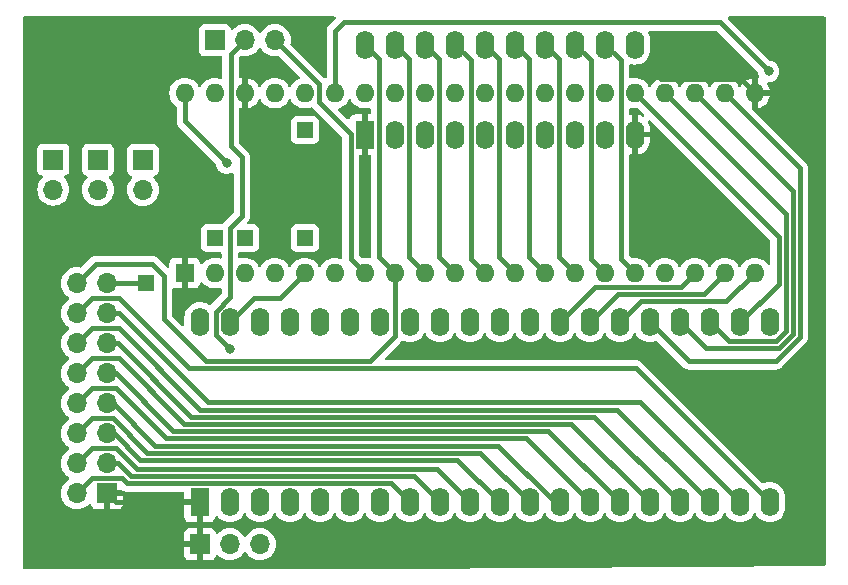
<source format=gbr>
%TF.GenerationSoftware,KiCad,Pcbnew,7.0.9-7.0.9~ubuntu20.04.1*%
%TF.CreationDate,2023-12-26T19:53:29+01:00*%
%TF.ProjectId,6803_Addon,36383033-5f41-4646-946f-6e2e6b696361,rev?*%
%TF.SameCoordinates,Original*%
%TF.FileFunction,Copper,L2,Bot*%
%TF.FilePolarity,Positive*%
%FSLAX46Y46*%
G04 Gerber Fmt 4.6, Leading zero omitted, Abs format (unit mm)*
G04 Created by KiCad (PCBNEW 7.0.9-7.0.9~ubuntu20.04.1) date 2023-12-26 19:53:29*
%MOMM*%
%LPD*%
G01*
G04 APERTURE LIST*
%TA.AperFunction,ComponentPad*%
%ADD10R,1.600000X1.600000*%
%TD*%
%TA.AperFunction,ComponentPad*%
%ADD11O,1.600000X1.600000*%
%TD*%
%TA.AperFunction,ComponentPad*%
%ADD12R,1.700000X1.700000*%
%TD*%
%TA.AperFunction,ComponentPad*%
%ADD13O,1.700000X1.700000*%
%TD*%
%TA.AperFunction,ComponentPad*%
%ADD14R,1.350000X1.350000*%
%TD*%
%TA.AperFunction,ComponentPad*%
%ADD15R,1.600000X2.400000*%
%TD*%
%TA.AperFunction,ComponentPad*%
%ADD16O,1.600000X2.400000*%
%TD*%
%TA.AperFunction,ViaPad*%
%ADD17C,0.800000*%
%TD*%
%TA.AperFunction,Conductor*%
%ADD18C,0.400000*%
%TD*%
G04 APERTURE END LIST*
D10*
%TO.P,U3,1,VSS*%
%TO.N,GND*%
X173736000Y-52730400D03*
D11*
%TO.P,U3,2,~{HALT}*%
%TO.N,/~{HALT}*%
X176276000Y-52730400D03*
%TO.P,U3,3,MR*%
%TO.N,Net-(J3-Pin_1)*%
X178816000Y-52730400D03*
%TO.P,U3,4,~{IRQ}*%
%TO.N,/~{IRQ1}*%
X181356000Y-52730400D03*
%TO.P,U3,5,VMA*%
%TO.N,/AS*%
X183896000Y-52730400D03*
%TO.P,U3,6,~{NMI}*%
%TO.N,/~{NMI}*%
X186436000Y-52730400D03*
%TO.P,U3,7,BA*%
%TO.N,/BA*%
X188976000Y-52730400D03*
%TO.P,U3,8,VCC*%
%TO.N,+5V*%
X191516000Y-52730400D03*
%TO.P,U3,9,A0*%
%TO.N,/A0*%
X194056000Y-52730400D03*
%TO.P,U3,10,A1*%
%TO.N,/A1*%
X196596000Y-52730400D03*
%TO.P,U3,11,A2*%
%TO.N,/A2*%
X199136000Y-52730400D03*
%TO.P,U3,12,A3*%
%TO.N,/A3*%
X201676000Y-52730400D03*
%TO.P,U3,13,A4*%
%TO.N,/A4*%
X204216000Y-52730400D03*
%TO.P,U3,14,A5*%
%TO.N,/A5*%
X206756000Y-52730400D03*
%TO.P,U3,15,A6*%
%TO.N,/A6*%
X209296000Y-52730400D03*
%TO.P,U3,16,A7*%
%TO.N,/A7*%
X211836000Y-52730400D03*
%TO.P,U3,17,A8*%
%TO.N,/A8*%
X214376000Y-52730400D03*
%TO.P,U3,18,A9*%
%TO.N,/A9*%
X216916000Y-52730400D03*
%TO.P,U3,19,A10*%
%TO.N,/A10*%
X219456000Y-52730400D03*
%TO.P,U3,20,A11*%
%TO.N,/A11*%
X221996000Y-52730400D03*
%TO.P,U3,21,VSS*%
%TO.N,GND*%
X221996000Y-37490400D03*
%TO.P,U3,22,A12*%
%TO.N,/A12*%
X219456000Y-37490400D03*
%TO.P,U3,23,A13*%
%TO.N,/A13*%
X216916000Y-37490400D03*
%TO.P,U3,24,A14*%
%TO.N,/A14*%
X214376000Y-37490400D03*
%TO.P,U3,25,A15*%
%TO.N,/A15*%
X211836000Y-37490400D03*
%TO.P,U3,26,D7*%
%TO.N,/D7*%
X209296000Y-37490400D03*
%TO.P,U3,27,D6*%
%TO.N,/D6*%
X206756000Y-37490400D03*
%TO.P,U3,28,D5*%
%TO.N,/D5*%
X204216000Y-37490400D03*
%TO.P,U3,29,D4*%
%TO.N,/D4*%
X201676000Y-37490400D03*
%TO.P,U3,30,D3*%
%TO.N,/D3*%
X199136000Y-37490400D03*
%TO.P,U3,31,D2*%
%TO.N,/D2*%
X196596000Y-37490400D03*
%TO.P,U3,32,D1*%
%TO.N,/D1*%
X194056000Y-37490400D03*
%TO.P,U3,33,D0*%
%TO.N,/D0*%
X191516000Y-37490400D03*
%TO.P,U3,34,R/~{W}*%
%TO.N,/R{slash}~{W}*%
X188976000Y-37490400D03*
%TO.P,U3,35,VCC_STANDBY*%
%TO.N,+5C*%
X186436000Y-37490400D03*
%TO.P,U3,36,RE*%
%TO.N,Net-(J4-Pin_1)*%
X183896000Y-37490400D03*
%TO.P,U3,37,E*%
%TO.N,/PHI2*%
X181356000Y-37490400D03*
%TO.P,U3,38,XTAL*%
%TO.N,GND*%
X178816000Y-37490400D03*
%TO.P,U3,39,EXTAL*%
%TO.N,/CPUCLK*%
X176276000Y-37490400D03*
%TO.P,U3,40,~{RESET}*%
%TO.N,/~{RST}*%
X173736000Y-37490400D03*
%TD*%
D12*
%TO.P,JP6,1,A*%
%TO.N,/CPUCLK*%
X176276000Y-33020000D03*
D13*
%TO.P,JP6,2,C*%
%TO.N,Net-(JP6-C)*%
X178816000Y-33020000D03*
%TO.P,JP6,3,B*%
%TO.N,/BA*%
X181356000Y-33020000D03*
%TD*%
D12*
%TO.P,JP5,1,A*%
%TO.N,GND*%
X175021000Y-75692000D03*
D13*
%TO.P,JP5,2,C*%
%TO.N,Net-(JP5-C)*%
X177561000Y-75692000D03*
%TO.P,JP5,3,B*%
%TO.N,/~{HALT}*%
X180101000Y-75692000D03*
%TD*%
D12*
%TO.P,J1,1,Pin_1*%
%TO.N,GND*%
X167132000Y-71374000D03*
D13*
%TO.P,J1,2,Pin_2*%
%TO.N,/P20*%
X164592000Y-71374000D03*
%TO.P,J1,3,Pin_3*%
%TO.N,/P21*%
X167132000Y-68834000D03*
%TO.P,J1,4,Pin_4*%
%TO.N,/P22*%
X164592000Y-68834000D03*
%TO.P,J1,5,Pin_5*%
%TO.N,/P23*%
X167132000Y-66294000D03*
%TO.P,J1,6,Pin_6*%
%TO.N,/P24*%
X164592000Y-66294000D03*
%TO.P,J1,7,Pin_7*%
%TO.N,/P10*%
X167132000Y-63754000D03*
%TO.P,J1,8,Pin_8*%
%TO.N,/P11*%
X164592000Y-63754000D03*
%TO.P,J1,9,Pin_9*%
%TO.N,/P12*%
X167132000Y-61214000D03*
%TO.P,J1,10,Pin_10*%
%TO.N,/P13*%
X164592000Y-61214000D03*
%TO.P,J1,11,Pin_11*%
%TO.N,/P14*%
X167132000Y-58674000D03*
%TO.P,J1,12,Pin_12*%
%TO.N,/P15*%
X164592000Y-58674000D03*
%TO.P,J1,13,Pin_13*%
%TO.N,/P16*%
X167132000Y-56134000D03*
%TO.P,J1,14,Pin_14*%
%TO.N,/P17*%
X164592000Y-56134000D03*
%TO.P,J1,15,Pin_15*%
%TO.N,Net-(J1-Pin_15)*%
X167132000Y-53594000D03*
%TO.P,J1,16,Pin_16*%
%TO.N,+5V*%
X164592000Y-53594000D03*
%TD*%
D12*
%TO.P,JP3,1,A*%
%TO.N,Net-(D3-A)*%
X170180000Y-43154000D03*
D13*
%TO.P,JP3,2,B*%
%TO.N,/P22*%
X170180000Y-45694000D03*
%TD*%
D12*
%TO.P,JP1,1,A*%
%TO.N,Net-(D1-A)*%
X162600000Y-43125000D03*
D13*
%TO.P,JP1,2,B*%
%TO.N,/P20*%
X162600000Y-45665000D03*
%TD*%
D14*
%TO.P,J4,1,Pin_1*%
%TO.N,Net-(J4-Pin_1)*%
X183896000Y-40640000D03*
%TD*%
D12*
%TO.P,JP2,1,A*%
%TO.N,Net-(D2-A)*%
X166400000Y-43139000D03*
D13*
%TO.P,JP2,2,B*%
%TO.N,/P21*%
X166400000Y-45679000D03*
%TD*%
D14*
%TO.P,J2,1,Pin_1*%
%TO.N,Net-(J1-Pin_15)*%
X170434000Y-53594000D03*
%TD*%
%TO.P,J5,1,Pin_1*%
%TO.N,/~{HALT}*%
X176276000Y-49784000D03*
%TD*%
%TO.P,J6,1,Pin_1*%
%TO.N,/AS*%
X183896000Y-49784000D03*
%TD*%
D15*
%TO.P,U1,1,GND*%
%TO.N,GND*%
X175006000Y-72136000D03*
D16*
%TO.P,U1,2,XTAL*%
%TO.N,Net-(JP5-C)*%
X177546000Y-72136000D03*
%TO.P,U1,3,EXTAL*%
%TO.N,Net-(JP6-C)*%
X180086000Y-72136000D03*
%TO.P,U1,4,~{NMI}*%
%TO.N,/~{NMI}*%
X182626000Y-72136000D03*
%TO.P,U1,5,~{IRQ1}*%
%TO.N,/~{IRQ1}*%
X185166000Y-72136000D03*
%TO.P,U1,6,~{RST}*%
%TO.N,/~{RST}*%
X187706000Y-72136000D03*
%TO.P,U1,7,VCC*%
%TO.N,+5V*%
X190246000Y-72136000D03*
%TO.P,U1,8,P20/TIN1*%
%TO.N,/P20*%
X192786000Y-72136000D03*
%TO.P,U1,9,P21/TOUT1*%
%TO.N,/P21*%
X195326000Y-72136000D03*
%TO.P,U1,10,P22/SCLK*%
%TO.N,/P22*%
X197866000Y-72136000D03*
%TO.P,U1,11,P23/RX*%
%TO.N,/P23*%
X200406000Y-72136000D03*
%TO.P,U1,12,P24/TX*%
%TO.N,/P24*%
X202946000Y-72136000D03*
%TO.P,U1,13,P10/TIN2*%
%TO.N,/P10*%
X205486000Y-72136000D03*
%TO.P,U1,14,P11/TOUT2*%
%TO.N,/P11*%
X208026000Y-72136000D03*
%TO.P,U1,15,P12/TOUT3*%
%TO.N,/P12*%
X210566000Y-72136000D03*
%TO.P,U1,16,P13*%
%TO.N,/P13*%
X213106000Y-72136000D03*
%TO.P,U1,17,P14*%
%TO.N,/P14*%
X215646000Y-72136000D03*
%TO.P,U1,18,P15*%
%TO.N,/P15*%
X218186000Y-72136000D03*
%TO.P,U1,19,P16*%
%TO.N,/P16*%
X220726000Y-72136000D03*
%TO.P,U1,20,P17*%
%TO.N,/P17*%
X223266000Y-72136000D03*
%TO.P,U1,21,VCC_STBY*%
%TO.N,+5C*%
X223266000Y-56896000D03*
%TO.P,U1,22,P47/A15*%
%TO.N,/A15*%
X220726000Y-56896000D03*
%TO.P,U1,23,P46/A14*%
%TO.N,/A14*%
X218186000Y-56896000D03*
%TO.P,U1,24,P45/A13*%
%TO.N,/A13*%
X215646000Y-56896000D03*
%TO.P,U1,25,P44/A12*%
%TO.N,/A12*%
X213106000Y-56896000D03*
%TO.P,U1,26,P43/A11*%
%TO.N,/A11*%
X210566000Y-56896000D03*
%TO.P,U1,27,P42/A10*%
%TO.N,/A10*%
X208026000Y-56896000D03*
%TO.P,U1,28,P41/A9*%
%TO.N,/A9*%
X205486000Y-56896000D03*
%TO.P,U1,29,P40/A8*%
%TO.N,/A8*%
X202946000Y-56896000D03*
%TO.P,U1,30,P37/AD7*%
%TO.N,/D7*%
X200406000Y-56896000D03*
%TO.P,U1,31,P36/AD6*%
%TO.N,/D6*%
X197866000Y-56896000D03*
%TO.P,U1,32,P35/AD5*%
%TO.N,/D5*%
X195326000Y-56896000D03*
%TO.P,U1,33,P34/AD4*%
%TO.N,/D4*%
X192786000Y-56896000D03*
%TO.P,U1,34,P33/AD3*%
%TO.N,/D3*%
X190246000Y-56896000D03*
%TO.P,U1,35,P32/AD2*%
%TO.N,/D2*%
X187706000Y-56896000D03*
%TO.P,U1,36,P31/AD1*%
%TO.N,/D1*%
X185166000Y-56896000D03*
%TO.P,U1,37,P30/AD0*%
%TO.N,/D0*%
X182626000Y-56896000D03*
%TO.P,U1,38,SC2/R/~{W}*%
%TO.N,/R{slash}~{W}*%
X180086000Y-56896000D03*
%TO.P,U1,39,SC1/AS*%
%TO.N,/AS*%
X177546000Y-56896000D03*
%TO.P,U1,40,E*%
%TO.N,/PHI2*%
X175006000Y-56896000D03*
%TD*%
D15*
%TO.P,U2,1,OE*%
%TO.N,GND*%
X188976000Y-41000000D03*
D16*
%TO.P,U2,2,D0*%
%TO.N,/D0*%
X191516000Y-41000000D03*
%TO.P,U2,3,D1*%
%TO.N,/D1*%
X194056000Y-41000000D03*
%TO.P,U2,4,D2*%
%TO.N,/D2*%
X196596000Y-41000000D03*
%TO.P,U2,5,D3*%
%TO.N,/D3*%
X199136000Y-41000000D03*
%TO.P,U2,6,D4*%
%TO.N,/D4*%
X201676000Y-41000000D03*
%TO.P,U2,7,D5*%
%TO.N,/D5*%
X204216000Y-41000000D03*
%TO.P,U2,8,D6*%
%TO.N,/D6*%
X206756000Y-41000000D03*
%TO.P,U2,9,D7*%
%TO.N,/D7*%
X209296000Y-41000000D03*
%TO.P,U2,10,GND*%
%TO.N,GND*%
X211836000Y-41000000D03*
%TO.P,U2,11,Load*%
%TO.N,/AS*%
X211836000Y-33380000D03*
%TO.P,U2,12,Q7*%
%TO.N,/A7*%
X209296000Y-33380000D03*
%TO.P,U2,13,Q6*%
%TO.N,/A6*%
X206756000Y-33380000D03*
%TO.P,U2,14,Q5*%
%TO.N,/A5*%
X204216000Y-33380000D03*
%TO.P,U2,15,Q4*%
%TO.N,/A4*%
X201676000Y-33380000D03*
%TO.P,U2,16,Q3*%
%TO.N,/A3*%
X199136000Y-33380000D03*
%TO.P,U2,17,Q2*%
%TO.N,/A2*%
X196596000Y-33380000D03*
%TO.P,U2,18,Q1*%
%TO.N,/A1*%
X194056000Y-33380000D03*
%TO.P,U2,19,Q0*%
%TO.N,/A0*%
X191516000Y-33380000D03*
%TO.P,U2,20,VCC*%
%TO.N,+5V*%
X188976000Y-33380000D03*
%TD*%
D14*
%TO.P,J3,1,Pin_1*%
%TO.N,Net-(J3-Pin_1)*%
X178816000Y-49784000D03*
%TD*%
D17*
%TO.N,Net-(JP6-C)*%
X177546000Y-59182000D03*
%TO.N,/~{RST}*%
X177292000Y-43434000D03*
%TO.N,+5C*%
X223171528Y-35654472D03*
%TD*%
D18*
%TO.N,/P17*%
X165862000Y-54864000D02*
X164592000Y-56134000D01*
X211928000Y-60798000D02*
X174125264Y-60798000D01*
%TO.N,+5V*%
X175514000Y-60198000D02*
X189416082Y-60198000D01*
%TO.N,/P17*%
X168191264Y-54864000D02*
X165862000Y-54864000D01*
%TO.N,+5V*%
X164592000Y-53594000D02*
X166186000Y-52000000D01*
%TO.N,/P17*%
X223266000Y-72136000D02*
X211928000Y-60798000D01*
X174125264Y-60798000D02*
X168191264Y-54864000D01*
%TO.N,+5V*%
X170990000Y-52000000D02*
X171958000Y-52968000D01*
X166186000Y-52000000D02*
X170990000Y-52000000D01*
X171958000Y-52968000D02*
X171958000Y-56642000D01*
X171958000Y-56642000D02*
X175514000Y-60198000D01*
X189416082Y-60198000D02*
X191516000Y-58098082D01*
X191516000Y-58098082D02*
X191516000Y-52730400D01*
%TO.N,Net-(JP6-C)*%
X176346000Y-57982000D02*
X177546000Y-59182000D01*
X177546000Y-54798944D02*
X176346000Y-55998944D01*
X178562000Y-47888000D02*
X177546000Y-48904000D01*
X178562000Y-42926000D02*
X178562000Y-47888000D01*
X177546000Y-48904000D02*
X177546000Y-54798944D01*
X177616000Y-41980000D02*
X178562000Y-42926000D01*
X177616000Y-34220000D02*
X177616000Y-41980000D01*
X176346000Y-55998944D02*
X176346000Y-57982000D01*
X178816000Y-33020000D02*
X177616000Y-34220000D01*
%TO.N,/BA*%
X188976000Y-52730400D02*
X187776000Y-51530400D01*
X187776000Y-40963999D02*
X185096000Y-38283999D01*
X187776000Y-51530400D02*
X187776000Y-40963999D01*
X185096000Y-38283999D02*
X185096000Y-36760000D01*
X185096000Y-36760000D02*
X181356000Y-33020000D01*
%TO.N,/AS*%
X179578000Y-54864000D02*
X177546000Y-56896000D01*
X179578000Y-54864000D02*
X181762400Y-54864000D01*
X181762400Y-54864000D02*
X183896000Y-52730400D01*
%TO.N,GND*%
X175006000Y-72136000D02*
X167894000Y-72136000D01*
X167894000Y-72136000D02*
X167132000Y-71374000D01*
%TO.N,+5V*%
X190176000Y-34580000D02*
X188976000Y-33380000D01*
X190176000Y-51390400D02*
X190176000Y-34580000D01*
X190176000Y-51390400D02*
X191516000Y-52730400D01*
%TO.N,GND*%
X214090400Y-36290400D02*
X220796000Y-36290400D01*
X220796000Y-36290400D02*
X221996000Y-37490400D01*
%TO.N,/P20*%
X168422000Y-70124000D02*
X165842000Y-70124000D01*
X170677056Y-70542000D02*
X168840000Y-70542000D01*
X168840000Y-70542000D02*
X168422000Y-70124000D01*
X191186000Y-70536000D02*
X170683056Y-70536000D01*
X165842000Y-70124000D02*
X164592000Y-71374000D01*
X192786000Y-72136000D02*
X191186000Y-70536000D01*
X170683056Y-70536000D02*
X170677056Y-70542000D01*
%TO.N,/P21*%
X169163472Y-69936000D02*
X168061472Y-68834000D01*
X195326000Y-72136000D02*
X193126000Y-69936000D01*
X193126000Y-69936000D02*
X169163472Y-69936000D01*
X168061472Y-68834000D02*
X167132000Y-68834000D01*
%TO.N,/P22*%
X167894000Y-67564000D02*
X165862000Y-67564000D01*
X165862000Y-67564000D02*
X164592000Y-68834000D01*
X197866000Y-72136000D02*
X195066000Y-69336000D01*
X169666000Y-69336000D02*
X167894000Y-67564000D01*
X195066000Y-69336000D02*
X169666000Y-69336000D01*
%TO.N,/~{RST}*%
X173736000Y-39878000D02*
X173736000Y-37490400D01*
X177292000Y-43434000D02*
X173736000Y-39878000D01*
%TO.N,/P23*%
X169953360Y-68532000D02*
X167715360Y-66294000D01*
X167715360Y-66294000D02*
X167132000Y-66294000D01*
X196802000Y-68532000D02*
X169953360Y-68532000D01*
X200406000Y-72136000D02*
X196802000Y-68532000D01*
%TO.N,/P24*%
X198742000Y-67932000D02*
X170537767Y-67932000D01*
X165862000Y-65024000D02*
X164592000Y-66294000D01*
X202946000Y-72136000D02*
X198742000Y-67932000D01*
X167629767Y-65024000D02*
X165862000Y-65024000D01*
X170537767Y-67932000D02*
X167629767Y-65024000D01*
%TO.N,/P10*%
X205086000Y-72136000D02*
X200282000Y-67332000D01*
X205486000Y-72136000D02*
X205086000Y-72136000D01*
X171218000Y-67332000D02*
X167640000Y-63754000D01*
X200282000Y-67332000D02*
X171218000Y-67332000D01*
X167640000Y-63754000D02*
X167132000Y-63754000D01*
%TO.N,/P11*%
X202622000Y-66732000D02*
X172142000Y-66732000D01*
X165842000Y-62504000D02*
X164592000Y-63754000D01*
X167914000Y-62504000D02*
X165842000Y-62504000D01*
X172142000Y-66732000D02*
X167914000Y-62504000D01*
X208026000Y-72136000D02*
X202622000Y-66732000D01*
%TO.N,/P12*%
X167894000Y-61214000D02*
X167132000Y-61214000D01*
X204518000Y-66088000D02*
X172768000Y-66088000D01*
X210566000Y-72136000D02*
X204518000Y-66088000D01*
X172768000Y-66088000D02*
X167894000Y-61214000D01*
%TO.N,/P13*%
X206458000Y-65488000D02*
X173692000Y-65488000D01*
X213106000Y-72136000D02*
X206458000Y-65488000D01*
X165842000Y-59964000D02*
X164592000Y-61214000D01*
X173692000Y-65488000D02*
X168168000Y-59964000D01*
X168168000Y-59964000D02*
X165842000Y-59964000D01*
%TO.N,/P14*%
X168051239Y-58674000D02*
X167132000Y-58674000D01*
X215646000Y-72136000D02*
X208398000Y-64888000D01*
X174265239Y-64888000D02*
X168051239Y-58674000D01*
X208398000Y-64888000D02*
X174265239Y-64888000D01*
%TO.N,/P15*%
X218186000Y-72136000D02*
X210338000Y-64288000D01*
X168148000Y-57404000D02*
X165862000Y-57404000D01*
X175032000Y-64288000D02*
X168148000Y-57404000D01*
X210338000Y-64288000D02*
X175032000Y-64288000D01*
X165862000Y-57404000D02*
X164592000Y-58674000D01*
%TO.N,/P16*%
X175702000Y-63688000D02*
X168148000Y-56134000D01*
X220726000Y-72136000D02*
X212278000Y-63688000D01*
X212278000Y-63688000D02*
X175702000Y-63688000D01*
X168148000Y-56134000D02*
X167132000Y-56134000D01*
%TO.N,/A15*%
X224006000Y-53616000D02*
X220726000Y-56896000D01*
X224006000Y-49660400D02*
X224006000Y-53616000D01*
X211836000Y-37490400D02*
X224006000Y-49660400D01*
%TO.N,/A14*%
X223763056Y-58496000D02*
X219786000Y-58496000D01*
X219786000Y-58496000D02*
X218186000Y-56896000D01*
X224606000Y-47720400D02*
X224606000Y-57653056D01*
X224606000Y-57653056D02*
X223763056Y-58496000D01*
X214376000Y-37490400D02*
X224606000Y-47720400D01*
%TO.N,/A13*%
X216916000Y-37490400D02*
X225206000Y-45780400D01*
X225206000Y-57901584D02*
X224011584Y-59096000D01*
X217846000Y-59096000D02*
X215646000Y-56896000D01*
X224011584Y-59096000D02*
X217846000Y-59096000D01*
X225206000Y-45780400D02*
X225206000Y-57901584D01*
%TO.N,/A12*%
X225806000Y-43840400D02*
X225806000Y-58150112D01*
X219456000Y-37490400D02*
X225806000Y-43840400D01*
X225806000Y-58150112D02*
X223758112Y-60198000D01*
X216408000Y-60198000D02*
X213106000Y-56896000D01*
X223758112Y-60198000D02*
X216408000Y-60198000D01*
%TO.N,/A11*%
X219596000Y-55130400D02*
X221996000Y-52730400D01*
X210566000Y-56896000D02*
X212331600Y-55130400D01*
X212331600Y-55130400D02*
X219596000Y-55130400D01*
%TO.N,/A10*%
X208026000Y-56896000D02*
X210391600Y-54530400D01*
X217656000Y-54530400D02*
X219456000Y-52730400D01*
X210391600Y-54530400D02*
X217656000Y-54530400D01*
%TO.N,/A9*%
X208451600Y-53930400D02*
X215716000Y-53930400D01*
X215716000Y-53930400D02*
X216916000Y-52730400D01*
X205486000Y-56896000D02*
X208451600Y-53930400D01*
%TO.N,/A0*%
X192716000Y-51390400D02*
X194056000Y-52730400D01*
X192716000Y-51390400D02*
X192716000Y-34580000D01*
X192716000Y-34580000D02*
X191516000Y-33380000D01*
%TO.N,/A1*%
X195256000Y-34580000D02*
X194056000Y-33380000D01*
X195256000Y-51390400D02*
X196596000Y-52730400D01*
X195256000Y-51390400D02*
X195256000Y-34580000D01*
%TO.N,/A2*%
X197936000Y-51530400D02*
X199136000Y-52730400D01*
X197936000Y-51530400D02*
X197936000Y-34720000D01*
X197936000Y-34720000D02*
X196596000Y-33380000D01*
%TO.N,/A3*%
X200336000Y-34580000D02*
X200336000Y-51390400D01*
X199136000Y-33380000D02*
X200336000Y-34580000D01*
X200336000Y-51390400D02*
X201676000Y-52730400D01*
%TO.N,/A4*%
X202876000Y-51390400D02*
X204216000Y-52730400D01*
X202876000Y-51390400D02*
X202876000Y-34580000D01*
X202876000Y-34580000D02*
X201676000Y-33380000D01*
%TO.N,/A5*%
X205416000Y-51390400D02*
X206756000Y-52730400D01*
X205416000Y-34580000D02*
X205416000Y-51390400D01*
X204216000Y-33380000D02*
X205416000Y-34580000D01*
%TO.N,/A6*%
X208096000Y-34720000D02*
X206756000Y-33380000D01*
X208096000Y-51530400D02*
X209296000Y-52730400D01*
X208096000Y-51530400D02*
X208096000Y-34720000D01*
%TO.N,/A7*%
X210636000Y-34720000D02*
X210636000Y-51530400D01*
X210636000Y-51530400D02*
X211836000Y-52730400D01*
X209296000Y-33380000D02*
X210636000Y-34720000D01*
%TO.N,+5C*%
X186436000Y-32258000D02*
X187198000Y-31496000D01*
X187198000Y-31496000D02*
X219013056Y-31496000D01*
X219013056Y-31496000D02*
X223171528Y-35654472D01*
X186436000Y-37490400D02*
X186436000Y-32258000D01*
%TO.N,Net-(J1-Pin_15)*%
X167132000Y-53594000D02*
X170434000Y-53594000D01*
%TD*%
%TA.AperFunction,Conductor*%
%TO.N,GND*%
G36*
X186470519Y-31020185D02*
G01*
X186516274Y-31072989D01*
X186526218Y-31142147D01*
X186497193Y-31205703D01*
X186491161Y-31212181D01*
X185956966Y-31746375D01*
X185954240Y-31748942D01*
X185907818Y-31790068D01*
X185872586Y-31841109D01*
X185870368Y-31844124D01*
X185832124Y-31892939D01*
X185832119Y-31892948D01*
X185827960Y-31902188D01*
X185816942Y-31921723D01*
X185811187Y-31930061D01*
X185811183Y-31930067D01*
X185811182Y-31930070D01*
X185811180Y-31930074D01*
X185811179Y-31930077D01*
X185789189Y-31988055D01*
X185787757Y-31991513D01*
X185762305Y-32048068D01*
X185760477Y-32058042D01*
X185754453Y-32079653D01*
X185750860Y-32089127D01*
X185750859Y-32089128D01*
X185743384Y-32150685D01*
X185742821Y-32154386D01*
X185731642Y-32215390D01*
X185731642Y-32215395D01*
X185735387Y-32277302D01*
X185735500Y-32281047D01*
X185735500Y-36109481D01*
X185715815Y-36176520D01*
X185663011Y-36222275D01*
X185593853Y-36232219D01*
X185530297Y-36203194D01*
X185523819Y-36197162D01*
X182718651Y-33391994D01*
X182685166Y-33330671D01*
X182686558Y-33272217D01*
X182691063Y-33255408D01*
X182711659Y-33020000D01*
X182691063Y-32784592D01*
X182629903Y-32556337D01*
X182530035Y-32342171D01*
X182527218Y-32338147D01*
X182394494Y-32148597D01*
X182227402Y-31981506D01*
X182227395Y-31981501D01*
X182033834Y-31845967D01*
X182033830Y-31845965D01*
X182023416Y-31841109D01*
X181819663Y-31746097D01*
X181819659Y-31746096D01*
X181819655Y-31746094D01*
X181591413Y-31684938D01*
X181591403Y-31684936D01*
X181356001Y-31664341D01*
X181355999Y-31664341D01*
X181120596Y-31684936D01*
X181120586Y-31684938D01*
X180892344Y-31746094D01*
X180892335Y-31746098D01*
X180678171Y-31845964D01*
X180678169Y-31845965D01*
X180484597Y-31981505D01*
X180317505Y-32148597D01*
X180187575Y-32334158D01*
X180132998Y-32377783D01*
X180063500Y-32384977D01*
X180001145Y-32353454D01*
X179984425Y-32334158D01*
X179854494Y-32148597D01*
X179687402Y-31981506D01*
X179687395Y-31981501D01*
X179493834Y-31845967D01*
X179493830Y-31845965D01*
X179483416Y-31841109D01*
X179279663Y-31746097D01*
X179279659Y-31746096D01*
X179279655Y-31746094D01*
X179051413Y-31684938D01*
X179051403Y-31684936D01*
X178816001Y-31664341D01*
X178815999Y-31664341D01*
X178580596Y-31684936D01*
X178580586Y-31684938D01*
X178352344Y-31746094D01*
X178352335Y-31746098D01*
X178138171Y-31845964D01*
X178138169Y-31845965D01*
X177944600Y-31981503D01*
X177822673Y-32103430D01*
X177761350Y-32136914D01*
X177691658Y-32131930D01*
X177635725Y-32090058D01*
X177618810Y-32059081D01*
X177569797Y-31927671D01*
X177569793Y-31927664D01*
X177483547Y-31812455D01*
X177483544Y-31812452D01*
X177368335Y-31726206D01*
X177368328Y-31726202D01*
X177233482Y-31675908D01*
X177233483Y-31675908D01*
X177173883Y-31669501D01*
X177173881Y-31669500D01*
X177173873Y-31669500D01*
X177173864Y-31669500D01*
X175378129Y-31669500D01*
X175378123Y-31669501D01*
X175318516Y-31675908D01*
X175183671Y-31726202D01*
X175183664Y-31726206D01*
X175068455Y-31812452D01*
X175068452Y-31812455D01*
X174982206Y-31927664D01*
X174982202Y-31927671D01*
X174931908Y-32062517D01*
X174925501Y-32122116D01*
X174925500Y-32122135D01*
X174925500Y-33917870D01*
X174925501Y-33917876D01*
X174931908Y-33977483D01*
X174982202Y-34112328D01*
X174982206Y-34112335D01*
X175068452Y-34227544D01*
X175068455Y-34227547D01*
X175183664Y-34313793D01*
X175183671Y-34313797D01*
X175318517Y-34364091D01*
X175318516Y-34364091D01*
X175325444Y-34364835D01*
X175378127Y-34370500D01*
X176791500Y-34370499D01*
X176858539Y-34390184D01*
X176904294Y-34442987D01*
X176915500Y-34494499D01*
X176915500Y-36159019D01*
X176895815Y-36226058D01*
X176843011Y-36271813D01*
X176773853Y-36281757D01*
X176739097Y-36271402D01*
X176722498Y-36263662D01*
X176722488Y-36263658D01*
X176502697Y-36204766D01*
X176502693Y-36204765D01*
X176502692Y-36204765D01*
X176502691Y-36204764D01*
X176502686Y-36204764D01*
X176276002Y-36184932D01*
X176275998Y-36184932D01*
X176049313Y-36204764D01*
X176049302Y-36204766D01*
X175829511Y-36263658D01*
X175829502Y-36263661D01*
X175623267Y-36359831D01*
X175623265Y-36359832D01*
X175436858Y-36490354D01*
X175275954Y-36651258D01*
X175145432Y-36837665D01*
X175145431Y-36837667D01*
X175118382Y-36895675D01*
X175072209Y-36948114D01*
X175005016Y-36967266D01*
X174938135Y-36947050D01*
X174893618Y-36895675D01*
X174866686Y-36837920D01*
X174866568Y-36837666D01*
X174736047Y-36651261D01*
X174736045Y-36651258D01*
X174575141Y-36490354D01*
X174388734Y-36359832D01*
X174388732Y-36359831D01*
X174182497Y-36263661D01*
X174182488Y-36263658D01*
X173962697Y-36204766D01*
X173962693Y-36204765D01*
X173962692Y-36204765D01*
X173962691Y-36204764D01*
X173962686Y-36204764D01*
X173736002Y-36184932D01*
X173735998Y-36184932D01*
X173509313Y-36204764D01*
X173509302Y-36204766D01*
X173289511Y-36263658D01*
X173289502Y-36263661D01*
X173083267Y-36359831D01*
X173083265Y-36359832D01*
X172896858Y-36490354D01*
X172735954Y-36651258D01*
X172605432Y-36837665D01*
X172605431Y-36837667D01*
X172509261Y-37043902D01*
X172509258Y-37043911D01*
X172450366Y-37263702D01*
X172450364Y-37263713D01*
X172430532Y-37490398D01*
X172430532Y-37490401D01*
X172450364Y-37717086D01*
X172450366Y-37717097D01*
X172509258Y-37936888D01*
X172509261Y-37936897D01*
X172605431Y-38143132D01*
X172605432Y-38143134D01*
X172735954Y-38329541D01*
X172896857Y-38490444D01*
X172896860Y-38490446D01*
X172896861Y-38490447D01*
X172982623Y-38550497D01*
X173026248Y-38605073D01*
X173035500Y-38652072D01*
X173035500Y-39854951D01*
X173035387Y-39858696D01*
X173031642Y-39920603D01*
X173031642Y-39920605D01*
X173042821Y-39981612D01*
X173043384Y-39985313D01*
X173050859Y-40046870D01*
X173050860Y-40046874D01*
X173054451Y-40056343D01*
X173060474Y-40077946D01*
X173062304Y-40087930D01*
X173087759Y-40144490D01*
X173089189Y-40147941D01*
X173111182Y-40205930D01*
X173111183Y-40205931D01*
X173116936Y-40214266D01*
X173127961Y-40233813D01*
X173132120Y-40243055D01*
X173132124Y-40243060D01*
X173170371Y-40291878D01*
X173172591Y-40294896D01*
X173207812Y-40345924D01*
X173207816Y-40345928D01*
X173207817Y-40345929D01*
X173254250Y-40387064D01*
X173256941Y-40389598D01*
X174813795Y-41946452D01*
X176365495Y-43498152D01*
X176398980Y-43559475D01*
X176401134Y-43572869D01*
X176406325Y-43622249D01*
X176406327Y-43622260D01*
X176464818Y-43802277D01*
X176464821Y-43802284D01*
X176559467Y-43966216D01*
X176636593Y-44051873D01*
X176686129Y-44106888D01*
X176839265Y-44218148D01*
X176839270Y-44218151D01*
X177012192Y-44295142D01*
X177012197Y-44295144D01*
X177197354Y-44334500D01*
X177197355Y-44334500D01*
X177386644Y-44334500D01*
X177386646Y-44334500D01*
X177571803Y-44295144D01*
X177644251Y-44262887D01*
X177687064Y-44243826D01*
X177756314Y-44234541D01*
X177819590Y-44264169D01*
X177856804Y-44323303D01*
X177861500Y-44357105D01*
X177861500Y-47546480D01*
X177841815Y-47613519D01*
X177825181Y-47634161D01*
X177066966Y-48392375D01*
X177064240Y-48394942D01*
X177017818Y-48436068D01*
X176982586Y-48487109D01*
X176980368Y-48490124D01*
X176942124Y-48538939D01*
X176938241Y-48545363D01*
X176936224Y-48544143D01*
X176898236Y-48588458D01*
X176831302Y-48608498D01*
X176830644Y-48608500D01*
X175553129Y-48608500D01*
X175553123Y-48608501D01*
X175493516Y-48614908D01*
X175358671Y-48665202D01*
X175358664Y-48665206D01*
X175243455Y-48751452D01*
X175243452Y-48751455D01*
X175157206Y-48866664D01*
X175157202Y-48866671D01*
X175106908Y-49001517D01*
X175100501Y-49061116D01*
X175100501Y-49061123D01*
X175100500Y-49061135D01*
X175100500Y-50506870D01*
X175100501Y-50506876D01*
X175106908Y-50566483D01*
X175157202Y-50701328D01*
X175157206Y-50701335D01*
X175243452Y-50816544D01*
X175243455Y-50816547D01*
X175358664Y-50902793D01*
X175358671Y-50902797D01*
X175493517Y-50953091D01*
X175493516Y-50953091D01*
X175500444Y-50953835D01*
X175553127Y-50959500D01*
X176721500Y-50959499D01*
X176788539Y-50979184D01*
X176834294Y-51031987D01*
X176845500Y-51083499D01*
X176845500Y-51375019D01*
X176825815Y-51442058D01*
X176773011Y-51487813D01*
X176703853Y-51497757D01*
X176689407Y-51494794D01*
X176502697Y-51444766D01*
X176502693Y-51444765D01*
X176502692Y-51444765D01*
X176502691Y-51444764D01*
X176502686Y-51444764D01*
X176276002Y-51424932D01*
X176275998Y-51424932D01*
X176049313Y-51444764D01*
X176049302Y-51444766D01*
X175829511Y-51503658D01*
X175829502Y-51503661D01*
X175623267Y-51599831D01*
X175623265Y-51599832D01*
X175436858Y-51730354D01*
X175275951Y-51891261D01*
X175258287Y-51916488D01*
X175203710Y-51960112D01*
X175134211Y-51967304D01*
X175071857Y-51935780D01*
X175036445Y-51875550D01*
X175033425Y-51858618D01*
X175029598Y-51823027D01*
X175029596Y-51823020D01*
X174979354Y-51688313D01*
X174979350Y-51688306D01*
X174893190Y-51573212D01*
X174893187Y-51573209D01*
X174778093Y-51487049D01*
X174778086Y-51487045D01*
X174643379Y-51436803D01*
X174643372Y-51436801D01*
X174583844Y-51430400D01*
X173986000Y-51430400D01*
X173986000Y-52414714D01*
X173974045Y-52402759D01*
X173861148Y-52345235D01*
X173767481Y-52330400D01*
X173704519Y-52330400D01*
X173610852Y-52345235D01*
X173497955Y-52402759D01*
X173486000Y-52414714D01*
X173486000Y-51430400D01*
X172888155Y-51430400D01*
X172828627Y-51436801D01*
X172828620Y-51436803D01*
X172693913Y-51487045D01*
X172693906Y-51487049D01*
X172578812Y-51573209D01*
X172578809Y-51573212D01*
X172492649Y-51688306D01*
X172492645Y-51688313D01*
X172442403Y-51823020D01*
X172442401Y-51823027D01*
X172436000Y-51882555D01*
X172436000Y-52155981D01*
X172416315Y-52223020D01*
X172363511Y-52268775D01*
X172294353Y-52278719D01*
X172230797Y-52249694D01*
X172224319Y-52243662D01*
X171863212Y-51882555D01*
X171501598Y-51520941D01*
X171499064Y-51518250D01*
X171457929Y-51471817D01*
X171457928Y-51471816D01*
X171457924Y-51471812D01*
X171406896Y-51436591D01*
X171403887Y-51434377D01*
X171376506Y-51412926D01*
X171355060Y-51396124D01*
X171355055Y-51396120D01*
X171345813Y-51391961D01*
X171326266Y-51380936D01*
X171317931Y-51375183D01*
X171317932Y-51375183D01*
X171317930Y-51375182D01*
X171259941Y-51353189D01*
X171256490Y-51351759D01*
X171199930Y-51326304D01*
X171189946Y-51324474D01*
X171168343Y-51318451D01*
X171158874Y-51314860D01*
X171158870Y-51314859D01*
X171097313Y-51307384D01*
X171093612Y-51306821D01*
X171032608Y-51295642D01*
X171032603Y-51295642D01*
X170970697Y-51299387D01*
X170966952Y-51299500D01*
X166209036Y-51299500D01*
X166205292Y-51299387D01*
X166143397Y-51295643D01*
X166143390Y-51295643D01*
X166082402Y-51306819D01*
X166078701Y-51307382D01*
X166017125Y-51314860D01*
X166007642Y-51318456D01*
X165986038Y-51324478D01*
X165984535Y-51324754D01*
X165976065Y-51326306D01*
X165976063Y-51326307D01*
X165919527Y-51351752D01*
X165916069Y-51353184D01*
X165858069Y-51375182D01*
X165849724Y-51380942D01*
X165830183Y-51391964D01*
X165820944Y-51396122D01*
X165820939Y-51396125D01*
X165772121Y-51434370D01*
X165769106Y-51436589D01*
X165718072Y-51471816D01*
X165718065Y-51471822D01*
X165676942Y-51518240D01*
X165674375Y-51520966D01*
X164963994Y-52231347D01*
X164902671Y-52264832D01*
X164844225Y-52263442D01*
X164827410Y-52258937D01*
X164592001Y-52238341D01*
X164591999Y-52238341D01*
X164356596Y-52258936D01*
X164356586Y-52258938D01*
X164128344Y-52320094D01*
X164128335Y-52320098D01*
X163914171Y-52419964D01*
X163914169Y-52419965D01*
X163720597Y-52555505D01*
X163553505Y-52722597D01*
X163417965Y-52916169D01*
X163417964Y-52916171D01*
X163318098Y-53130335D01*
X163318094Y-53130344D01*
X163256938Y-53358586D01*
X163256936Y-53358596D01*
X163236341Y-53593999D01*
X163236341Y-53594000D01*
X163256936Y-53829403D01*
X163256938Y-53829413D01*
X163318094Y-54057655D01*
X163318096Y-54057659D01*
X163318097Y-54057663D01*
X163402741Y-54239182D01*
X163417965Y-54271830D01*
X163417967Y-54271834D01*
X163490322Y-54375167D01*
X163547919Y-54457424D01*
X163553501Y-54465395D01*
X163553506Y-54465402D01*
X163720597Y-54632493D01*
X163720603Y-54632498D01*
X163906158Y-54762425D01*
X163949783Y-54817002D01*
X163956977Y-54886500D01*
X163925454Y-54948855D01*
X163906158Y-54965575D01*
X163720597Y-55095505D01*
X163553505Y-55262597D01*
X163417965Y-55456169D01*
X163417964Y-55456171D01*
X163318098Y-55670335D01*
X163318094Y-55670344D01*
X163256938Y-55898586D01*
X163256936Y-55898596D01*
X163236341Y-56133999D01*
X163236341Y-56134000D01*
X163256936Y-56369403D01*
X163256938Y-56369413D01*
X163318094Y-56597655D01*
X163318096Y-56597659D01*
X163318097Y-56597663D01*
X163387950Y-56747462D01*
X163417965Y-56811830D01*
X163417967Y-56811834D01*
X163553501Y-57005395D01*
X163553506Y-57005402D01*
X163720597Y-57172493D01*
X163720603Y-57172498D01*
X163906158Y-57302425D01*
X163949783Y-57357002D01*
X163956977Y-57426500D01*
X163925454Y-57488855D01*
X163906158Y-57505575D01*
X163720597Y-57635505D01*
X163553505Y-57802597D01*
X163417965Y-57996169D01*
X163417964Y-57996171D01*
X163318098Y-58210335D01*
X163318094Y-58210344D01*
X163256938Y-58438586D01*
X163256936Y-58438596D01*
X163236341Y-58673999D01*
X163236341Y-58674000D01*
X163256936Y-58909403D01*
X163256938Y-58909413D01*
X163318094Y-59137655D01*
X163318096Y-59137659D01*
X163318097Y-59137663D01*
X163397282Y-59307475D01*
X163417965Y-59351830D01*
X163417967Y-59351834D01*
X163553501Y-59545395D01*
X163553506Y-59545402D01*
X163720597Y-59712493D01*
X163720603Y-59712498D01*
X163906158Y-59842425D01*
X163949783Y-59897002D01*
X163956977Y-59966500D01*
X163925454Y-60028855D01*
X163906158Y-60045575D01*
X163720597Y-60175505D01*
X163553505Y-60342597D01*
X163417965Y-60536169D01*
X163417964Y-60536171D01*
X163318098Y-60750335D01*
X163318094Y-60750344D01*
X163256938Y-60978586D01*
X163256936Y-60978596D01*
X163236341Y-61213999D01*
X163236341Y-61214000D01*
X163256936Y-61449403D01*
X163256938Y-61449413D01*
X163318094Y-61677655D01*
X163318096Y-61677659D01*
X163318097Y-61677663D01*
X163375241Y-61800208D01*
X163417965Y-61891830D01*
X163417967Y-61891834D01*
X163553501Y-62085395D01*
X163553506Y-62085402D01*
X163720597Y-62252493D01*
X163720603Y-62252498D01*
X163906158Y-62382425D01*
X163949783Y-62437002D01*
X163956977Y-62506500D01*
X163925454Y-62568855D01*
X163906158Y-62585575D01*
X163720597Y-62715505D01*
X163553505Y-62882597D01*
X163417965Y-63076169D01*
X163417964Y-63076171D01*
X163318098Y-63290335D01*
X163318094Y-63290344D01*
X163256938Y-63518586D01*
X163256936Y-63518596D01*
X163236341Y-63753999D01*
X163236341Y-63754000D01*
X163256936Y-63989403D01*
X163256938Y-63989413D01*
X163318094Y-64217655D01*
X163318096Y-64217659D01*
X163318097Y-64217663D01*
X163322000Y-64226032D01*
X163417965Y-64431830D01*
X163417967Y-64431834D01*
X163553501Y-64625395D01*
X163553506Y-64625402D01*
X163720597Y-64792493D01*
X163720603Y-64792498D01*
X163906158Y-64922425D01*
X163949783Y-64977002D01*
X163956977Y-65046500D01*
X163925454Y-65108855D01*
X163906158Y-65125575D01*
X163720597Y-65255505D01*
X163553505Y-65422597D01*
X163417965Y-65616169D01*
X163417964Y-65616171D01*
X163318098Y-65830335D01*
X163318094Y-65830344D01*
X163256938Y-66058586D01*
X163256936Y-66058596D01*
X163236341Y-66293999D01*
X163236341Y-66294000D01*
X163256936Y-66529403D01*
X163256938Y-66529413D01*
X163318094Y-66757655D01*
X163318096Y-66757659D01*
X163318097Y-66757663D01*
X163365651Y-66859643D01*
X163417965Y-66971830D01*
X163417967Y-66971834D01*
X163553501Y-67165395D01*
X163553506Y-67165402D01*
X163720597Y-67332493D01*
X163720603Y-67332498D01*
X163906158Y-67462425D01*
X163949783Y-67517002D01*
X163956977Y-67586500D01*
X163925454Y-67648855D01*
X163906158Y-67665575D01*
X163720597Y-67795505D01*
X163553505Y-67962597D01*
X163417965Y-68156169D01*
X163417964Y-68156171D01*
X163318098Y-68370335D01*
X163318094Y-68370344D01*
X163256938Y-68598586D01*
X163256936Y-68598596D01*
X163236341Y-68833999D01*
X163236341Y-68834000D01*
X163256936Y-69069403D01*
X163256938Y-69069413D01*
X163318094Y-69297655D01*
X163318096Y-69297659D01*
X163318097Y-69297663D01*
X163375241Y-69420208D01*
X163417965Y-69511830D01*
X163417967Y-69511834D01*
X163553501Y-69705395D01*
X163553506Y-69705402D01*
X163720597Y-69872493D01*
X163720603Y-69872498D01*
X163906158Y-70002425D01*
X163949783Y-70057002D01*
X163956977Y-70126500D01*
X163925454Y-70188855D01*
X163906158Y-70205575D01*
X163720597Y-70335505D01*
X163553505Y-70502597D01*
X163417965Y-70696169D01*
X163417964Y-70696171D01*
X163318098Y-70910335D01*
X163318094Y-70910344D01*
X163256938Y-71138586D01*
X163256936Y-71138596D01*
X163236341Y-71373999D01*
X163236341Y-71374000D01*
X163256936Y-71609403D01*
X163256938Y-71609413D01*
X163318094Y-71837655D01*
X163318096Y-71837659D01*
X163318097Y-71837663D01*
X163374439Y-71958489D01*
X163417965Y-72051830D01*
X163417967Y-72051834D01*
X163526281Y-72206521D01*
X163553505Y-72245401D01*
X163720599Y-72412495D01*
X163793643Y-72463641D01*
X163914165Y-72548032D01*
X163914167Y-72548033D01*
X163914170Y-72548035D01*
X164128337Y-72647903D01*
X164356592Y-72709063D01*
X164527319Y-72724000D01*
X164591999Y-72729659D01*
X164592000Y-72729659D01*
X164592001Y-72729659D01*
X164656681Y-72724000D01*
X164827408Y-72709063D01*
X165055663Y-72647903D01*
X165269830Y-72548035D01*
X165463401Y-72412495D01*
X165585717Y-72290178D01*
X165647036Y-72256696D01*
X165716728Y-72261680D01*
X165772662Y-72303551D01*
X165789577Y-72334528D01*
X165838646Y-72466088D01*
X165838649Y-72466093D01*
X165924809Y-72581187D01*
X165924812Y-72581190D01*
X166039906Y-72667350D01*
X166039913Y-72667354D01*
X166174620Y-72717596D01*
X166174627Y-72717598D01*
X166234155Y-72723999D01*
X166234172Y-72724000D01*
X166882000Y-72724000D01*
X166882000Y-71809501D01*
X166989685Y-71858680D01*
X167096237Y-71874000D01*
X167167763Y-71874000D01*
X167274315Y-71858680D01*
X167382000Y-71809501D01*
X167382000Y-72724000D01*
X168029828Y-72724000D01*
X168029844Y-72723999D01*
X168089372Y-72717598D01*
X168089379Y-72717596D01*
X168224086Y-72667354D01*
X168224093Y-72667350D01*
X168339187Y-72581190D01*
X168339190Y-72581187D01*
X168425350Y-72466093D01*
X168425354Y-72466086D01*
X168475596Y-72331379D01*
X168475598Y-72331372D01*
X168481999Y-72271844D01*
X168482000Y-72271827D01*
X168482000Y-71624000D01*
X167565686Y-71624000D01*
X167591493Y-71583844D01*
X167632000Y-71445889D01*
X167632000Y-71302111D01*
X167591493Y-71164156D01*
X167565686Y-71124000D01*
X168404229Y-71124000D01*
X168468071Y-71142746D01*
X168468525Y-71141997D01*
X168474943Y-71145877D01*
X168484174Y-71150031D01*
X168503727Y-71161059D01*
X168512070Y-71166818D01*
X168570057Y-71188809D01*
X168573512Y-71190239D01*
X168603093Y-71203553D01*
X168630063Y-71215692D01*
X168630064Y-71215692D01*
X168630068Y-71215694D01*
X168640030Y-71217519D01*
X168661651Y-71223546D01*
X168671125Y-71227139D01*
X168671128Y-71227140D01*
X168687871Y-71229173D01*
X168732689Y-71234615D01*
X168736386Y-71235177D01*
X168797394Y-71246357D01*
X168797395Y-71246356D01*
X168797396Y-71246357D01*
X168859293Y-71242613D01*
X168863037Y-71242500D01*
X170654008Y-71242500D01*
X170657753Y-71242613D01*
X170665098Y-71243057D01*
X170719662Y-71246358D01*
X170762374Y-71238530D01*
X170784724Y-71236500D01*
X173582000Y-71236500D01*
X173649039Y-71256185D01*
X173694794Y-71308989D01*
X173706000Y-71360500D01*
X173706000Y-71886000D01*
X174690314Y-71886000D01*
X174678359Y-71897955D01*
X174620835Y-72010852D01*
X174601014Y-72136000D01*
X174620835Y-72261148D01*
X174678359Y-72374045D01*
X174690314Y-72386000D01*
X173706000Y-72386000D01*
X173706000Y-73383844D01*
X173712401Y-73443372D01*
X173712403Y-73443379D01*
X173762645Y-73578086D01*
X173762649Y-73578093D01*
X173848809Y-73693187D01*
X173848812Y-73693190D01*
X173963906Y-73779350D01*
X173963913Y-73779354D01*
X174098620Y-73829596D01*
X174098627Y-73829598D01*
X174158155Y-73835999D01*
X174158172Y-73836000D01*
X174756000Y-73836000D01*
X174756000Y-72451686D01*
X174767955Y-72463641D01*
X174880852Y-72521165D01*
X174974519Y-72536000D01*
X175037481Y-72536000D01*
X175131148Y-72521165D01*
X175244045Y-72463641D01*
X175256000Y-72451686D01*
X175256000Y-73836000D01*
X175853828Y-73836000D01*
X175853844Y-73835999D01*
X175913372Y-73829598D01*
X175913379Y-73829596D01*
X176048086Y-73779354D01*
X176048093Y-73779350D01*
X176163187Y-73693190D01*
X176163190Y-73693187D01*
X176249350Y-73578093D01*
X176249354Y-73578086D01*
X176299596Y-73443380D01*
X176303424Y-73407781D01*
X176330162Y-73343230D01*
X176387555Y-73303382D01*
X176457380Y-73300888D01*
X176517469Y-73336540D01*
X176528289Y-73349912D01*
X176545956Y-73375143D01*
X176706858Y-73536045D01*
X176706861Y-73536047D01*
X176893266Y-73666568D01*
X177099504Y-73762739D01*
X177319308Y-73821635D01*
X177481230Y-73835801D01*
X177545998Y-73841468D01*
X177546000Y-73841468D01*
X177546002Y-73841468D01*
X177608511Y-73835999D01*
X177772692Y-73821635D01*
X177992496Y-73762739D01*
X178198734Y-73666568D01*
X178385139Y-73536047D01*
X178546047Y-73375139D01*
X178676568Y-73188734D01*
X178703618Y-73130724D01*
X178749790Y-73078285D01*
X178816983Y-73059133D01*
X178883865Y-73079348D01*
X178928382Y-73130725D01*
X178955429Y-73188728D01*
X178955432Y-73188734D01*
X179085954Y-73375141D01*
X179246858Y-73536045D01*
X179246861Y-73536047D01*
X179433266Y-73666568D01*
X179639504Y-73762739D01*
X179859308Y-73821635D01*
X180021230Y-73835801D01*
X180085998Y-73841468D01*
X180086000Y-73841468D01*
X180086002Y-73841468D01*
X180148511Y-73835999D01*
X180312692Y-73821635D01*
X180532496Y-73762739D01*
X180738734Y-73666568D01*
X180925139Y-73536047D01*
X181086047Y-73375139D01*
X181216568Y-73188734D01*
X181243618Y-73130724D01*
X181289790Y-73078285D01*
X181356983Y-73059133D01*
X181423865Y-73079348D01*
X181468382Y-73130725D01*
X181495429Y-73188728D01*
X181495432Y-73188734D01*
X181625954Y-73375141D01*
X181786858Y-73536045D01*
X181786861Y-73536047D01*
X181973266Y-73666568D01*
X182179504Y-73762739D01*
X182399308Y-73821635D01*
X182561230Y-73835801D01*
X182625998Y-73841468D01*
X182626000Y-73841468D01*
X182626002Y-73841468D01*
X182688511Y-73835999D01*
X182852692Y-73821635D01*
X183072496Y-73762739D01*
X183278734Y-73666568D01*
X183465139Y-73536047D01*
X183626047Y-73375139D01*
X183756568Y-73188734D01*
X183783618Y-73130724D01*
X183829790Y-73078285D01*
X183896983Y-73059133D01*
X183963865Y-73079348D01*
X184008382Y-73130725D01*
X184035429Y-73188728D01*
X184035432Y-73188734D01*
X184165954Y-73375141D01*
X184326858Y-73536045D01*
X184326861Y-73536047D01*
X184513266Y-73666568D01*
X184719504Y-73762739D01*
X184939308Y-73821635D01*
X185101230Y-73835801D01*
X185165998Y-73841468D01*
X185166000Y-73841468D01*
X185166002Y-73841468D01*
X185228511Y-73835999D01*
X185392692Y-73821635D01*
X185612496Y-73762739D01*
X185818734Y-73666568D01*
X186005139Y-73536047D01*
X186166047Y-73375139D01*
X186296568Y-73188734D01*
X186323618Y-73130724D01*
X186369790Y-73078285D01*
X186436983Y-73059133D01*
X186503865Y-73079348D01*
X186548382Y-73130725D01*
X186575429Y-73188728D01*
X186575432Y-73188734D01*
X186705954Y-73375141D01*
X186866858Y-73536045D01*
X186866861Y-73536047D01*
X187053266Y-73666568D01*
X187259504Y-73762739D01*
X187479308Y-73821635D01*
X187641230Y-73835801D01*
X187705998Y-73841468D01*
X187706000Y-73841468D01*
X187706002Y-73841468D01*
X187768511Y-73835999D01*
X187932692Y-73821635D01*
X188152496Y-73762739D01*
X188358734Y-73666568D01*
X188545139Y-73536047D01*
X188706047Y-73375139D01*
X188836568Y-73188734D01*
X188863618Y-73130724D01*
X188909790Y-73078285D01*
X188976983Y-73059133D01*
X189043865Y-73079348D01*
X189088382Y-73130725D01*
X189115429Y-73188728D01*
X189115432Y-73188734D01*
X189245954Y-73375141D01*
X189406858Y-73536045D01*
X189406861Y-73536047D01*
X189593266Y-73666568D01*
X189799504Y-73762739D01*
X190019308Y-73821635D01*
X190181230Y-73835801D01*
X190245998Y-73841468D01*
X190246000Y-73841468D01*
X190246002Y-73841468D01*
X190308511Y-73835999D01*
X190472692Y-73821635D01*
X190692496Y-73762739D01*
X190898734Y-73666568D01*
X191085139Y-73536047D01*
X191246047Y-73375139D01*
X191376568Y-73188734D01*
X191403618Y-73130724D01*
X191449790Y-73078285D01*
X191516983Y-73059133D01*
X191583865Y-73079348D01*
X191628382Y-73130725D01*
X191655429Y-73188728D01*
X191655432Y-73188734D01*
X191785954Y-73375141D01*
X191946858Y-73536045D01*
X191946861Y-73536047D01*
X192133266Y-73666568D01*
X192339504Y-73762739D01*
X192559308Y-73821635D01*
X192721230Y-73835801D01*
X192785998Y-73841468D01*
X192786000Y-73841468D01*
X192786002Y-73841468D01*
X192848511Y-73835999D01*
X193012692Y-73821635D01*
X193232496Y-73762739D01*
X193438734Y-73666568D01*
X193625139Y-73536047D01*
X193786047Y-73375139D01*
X193916568Y-73188734D01*
X193943618Y-73130724D01*
X193989790Y-73078285D01*
X194056983Y-73059133D01*
X194123865Y-73079348D01*
X194168382Y-73130725D01*
X194195429Y-73188728D01*
X194195432Y-73188734D01*
X194325954Y-73375141D01*
X194486858Y-73536045D01*
X194486861Y-73536047D01*
X194673266Y-73666568D01*
X194879504Y-73762739D01*
X195099308Y-73821635D01*
X195261230Y-73835801D01*
X195325998Y-73841468D01*
X195326000Y-73841468D01*
X195326002Y-73841468D01*
X195388511Y-73835999D01*
X195552692Y-73821635D01*
X195772496Y-73762739D01*
X195978734Y-73666568D01*
X196165139Y-73536047D01*
X196326047Y-73375139D01*
X196456568Y-73188734D01*
X196483618Y-73130724D01*
X196529790Y-73078285D01*
X196596983Y-73059133D01*
X196663865Y-73079348D01*
X196708382Y-73130725D01*
X196735429Y-73188728D01*
X196735432Y-73188734D01*
X196865954Y-73375141D01*
X197026858Y-73536045D01*
X197026861Y-73536047D01*
X197213266Y-73666568D01*
X197419504Y-73762739D01*
X197639308Y-73821635D01*
X197801230Y-73835801D01*
X197865998Y-73841468D01*
X197866000Y-73841468D01*
X197866002Y-73841468D01*
X197928511Y-73835999D01*
X198092692Y-73821635D01*
X198312496Y-73762739D01*
X198518734Y-73666568D01*
X198705139Y-73536047D01*
X198866047Y-73375139D01*
X198996568Y-73188734D01*
X199023618Y-73130724D01*
X199069790Y-73078285D01*
X199136983Y-73059133D01*
X199203865Y-73079348D01*
X199248382Y-73130725D01*
X199275429Y-73188728D01*
X199275432Y-73188734D01*
X199405954Y-73375141D01*
X199566858Y-73536045D01*
X199566861Y-73536047D01*
X199753266Y-73666568D01*
X199959504Y-73762739D01*
X200179308Y-73821635D01*
X200341230Y-73835801D01*
X200405998Y-73841468D01*
X200406000Y-73841468D01*
X200406002Y-73841468D01*
X200468511Y-73835999D01*
X200632692Y-73821635D01*
X200852496Y-73762739D01*
X201058734Y-73666568D01*
X201245139Y-73536047D01*
X201406047Y-73375139D01*
X201536568Y-73188734D01*
X201563618Y-73130724D01*
X201609790Y-73078285D01*
X201676983Y-73059133D01*
X201743865Y-73079348D01*
X201788382Y-73130725D01*
X201815429Y-73188728D01*
X201815432Y-73188734D01*
X201945954Y-73375141D01*
X202106858Y-73536045D01*
X202106861Y-73536047D01*
X202293266Y-73666568D01*
X202499504Y-73762739D01*
X202719308Y-73821635D01*
X202881230Y-73835801D01*
X202945998Y-73841468D01*
X202946000Y-73841468D01*
X202946002Y-73841468D01*
X203008511Y-73835999D01*
X203172692Y-73821635D01*
X203392496Y-73762739D01*
X203598734Y-73666568D01*
X203785139Y-73536047D01*
X203946047Y-73375139D01*
X204076568Y-73188734D01*
X204103618Y-73130724D01*
X204149790Y-73078285D01*
X204216983Y-73059133D01*
X204283865Y-73079348D01*
X204328382Y-73130725D01*
X204355429Y-73188728D01*
X204355432Y-73188734D01*
X204485954Y-73375141D01*
X204646858Y-73536045D01*
X204646861Y-73536047D01*
X204833266Y-73666568D01*
X205039504Y-73762739D01*
X205259308Y-73821635D01*
X205421230Y-73835801D01*
X205485998Y-73841468D01*
X205486000Y-73841468D01*
X205486002Y-73841468D01*
X205548511Y-73835999D01*
X205712692Y-73821635D01*
X205932496Y-73762739D01*
X206138734Y-73666568D01*
X206325139Y-73536047D01*
X206486047Y-73375139D01*
X206616568Y-73188734D01*
X206643618Y-73130724D01*
X206689790Y-73078285D01*
X206756983Y-73059133D01*
X206823865Y-73079348D01*
X206868382Y-73130725D01*
X206895429Y-73188728D01*
X206895432Y-73188734D01*
X207025954Y-73375141D01*
X207186858Y-73536045D01*
X207186861Y-73536047D01*
X207373266Y-73666568D01*
X207579504Y-73762739D01*
X207799308Y-73821635D01*
X207961230Y-73835801D01*
X208025998Y-73841468D01*
X208026000Y-73841468D01*
X208026002Y-73841468D01*
X208088511Y-73835999D01*
X208252692Y-73821635D01*
X208472496Y-73762739D01*
X208678734Y-73666568D01*
X208865139Y-73536047D01*
X209026047Y-73375139D01*
X209156568Y-73188734D01*
X209183618Y-73130724D01*
X209229790Y-73078285D01*
X209296983Y-73059133D01*
X209363865Y-73079348D01*
X209408382Y-73130725D01*
X209435429Y-73188728D01*
X209435432Y-73188734D01*
X209565954Y-73375141D01*
X209726858Y-73536045D01*
X209726861Y-73536047D01*
X209913266Y-73666568D01*
X210119504Y-73762739D01*
X210339308Y-73821635D01*
X210501230Y-73835801D01*
X210565998Y-73841468D01*
X210566000Y-73841468D01*
X210566002Y-73841468D01*
X210628511Y-73835999D01*
X210792692Y-73821635D01*
X211012496Y-73762739D01*
X211218734Y-73666568D01*
X211405139Y-73536047D01*
X211566047Y-73375139D01*
X211696568Y-73188734D01*
X211723618Y-73130724D01*
X211769790Y-73078285D01*
X211836983Y-73059133D01*
X211903865Y-73079348D01*
X211948382Y-73130725D01*
X211975429Y-73188728D01*
X211975432Y-73188734D01*
X212105954Y-73375141D01*
X212266858Y-73536045D01*
X212266861Y-73536047D01*
X212453266Y-73666568D01*
X212659504Y-73762739D01*
X212879308Y-73821635D01*
X213041230Y-73835801D01*
X213105998Y-73841468D01*
X213106000Y-73841468D01*
X213106002Y-73841468D01*
X213168511Y-73835999D01*
X213332692Y-73821635D01*
X213552496Y-73762739D01*
X213758734Y-73666568D01*
X213945139Y-73536047D01*
X214106047Y-73375139D01*
X214236568Y-73188734D01*
X214263618Y-73130724D01*
X214309790Y-73078285D01*
X214376983Y-73059133D01*
X214443865Y-73079348D01*
X214488382Y-73130725D01*
X214515429Y-73188728D01*
X214515432Y-73188734D01*
X214645954Y-73375141D01*
X214806858Y-73536045D01*
X214806861Y-73536047D01*
X214993266Y-73666568D01*
X215199504Y-73762739D01*
X215419308Y-73821635D01*
X215581230Y-73835801D01*
X215645998Y-73841468D01*
X215646000Y-73841468D01*
X215646002Y-73841468D01*
X215708511Y-73835999D01*
X215872692Y-73821635D01*
X216092496Y-73762739D01*
X216298734Y-73666568D01*
X216485139Y-73536047D01*
X216646047Y-73375139D01*
X216776568Y-73188734D01*
X216803618Y-73130724D01*
X216849790Y-73078285D01*
X216916983Y-73059133D01*
X216983865Y-73079348D01*
X217028382Y-73130725D01*
X217055429Y-73188728D01*
X217055432Y-73188734D01*
X217185954Y-73375141D01*
X217346858Y-73536045D01*
X217346861Y-73536047D01*
X217533266Y-73666568D01*
X217739504Y-73762739D01*
X217959308Y-73821635D01*
X218121230Y-73835801D01*
X218185998Y-73841468D01*
X218186000Y-73841468D01*
X218186002Y-73841468D01*
X218248511Y-73835999D01*
X218412692Y-73821635D01*
X218632496Y-73762739D01*
X218838734Y-73666568D01*
X219025139Y-73536047D01*
X219186047Y-73375139D01*
X219316568Y-73188734D01*
X219343618Y-73130724D01*
X219389790Y-73078285D01*
X219456983Y-73059133D01*
X219523865Y-73079348D01*
X219568382Y-73130725D01*
X219595429Y-73188728D01*
X219595432Y-73188734D01*
X219725954Y-73375141D01*
X219886858Y-73536045D01*
X219886861Y-73536047D01*
X220073266Y-73666568D01*
X220279504Y-73762739D01*
X220499308Y-73821635D01*
X220661230Y-73835801D01*
X220725998Y-73841468D01*
X220726000Y-73841468D01*
X220726002Y-73841468D01*
X220788511Y-73835999D01*
X220952692Y-73821635D01*
X221172496Y-73762739D01*
X221378734Y-73666568D01*
X221565139Y-73536047D01*
X221726047Y-73375139D01*
X221856568Y-73188734D01*
X221883618Y-73130724D01*
X221929790Y-73078285D01*
X221996983Y-73059133D01*
X222063865Y-73079348D01*
X222108382Y-73130725D01*
X222135429Y-73188728D01*
X222135432Y-73188734D01*
X222265954Y-73375141D01*
X222426858Y-73536045D01*
X222426861Y-73536047D01*
X222613266Y-73666568D01*
X222819504Y-73762739D01*
X223039308Y-73821635D01*
X223201230Y-73835801D01*
X223265998Y-73841468D01*
X223266000Y-73841468D01*
X223266002Y-73841468D01*
X223328511Y-73835999D01*
X223492692Y-73821635D01*
X223712496Y-73762739D01*
X223918734Y-73666568D01*
X224105139Y-73536047D01*
X224266047Y-73375139D01*
X224396568Y-73188734D01*
X224492739Y-72982496D01*
X224551635Y-72762692D01*
X224566500Y-72592784D01*
X224566500Y-71679216D01*
X224551635Y-71509308D01*
X224492739Y-71289504D01*
X224396568Y-71083266D01*
X224266047Y-70896861D01*
X224266045Y-70896858D01*
X224105141Y-70735954D01*
X223918734Y-70605432D01*
X223918732Y-70605431D01*
X223712497Y-70509261D01*
X223712488Y-70509258D01*
X223492697Y-70450366D01*
X223492693Y-70450365D01*
X223492692Y-70450365D01*
X223492691Y-70450364D01*
X223492686Y-70450364D01*
X223266002Y-70430532D01*
X223265998Y-70430532D01*
X223039313Y-70450364D01*
X223039302Y-70450366D01*
X222819511Y-70509258D01*
X222819497Y-70509263D01*
X222768899Y-70532858D01*
X222699822Y-70543350D01*
X222636038Y-70514830D01*
X222628814Y-70508157D01*
X217543254Y-65422597D01*
X212439598Y-60318941D01*
X212437064Y-60316250D01*
X212395929Y-60269817D01*
X212395928Y-60269816D01*
X212395924Y-60269812D01*
X212344896Y-60234591D01*
X212341887Y-60232377D01*
X212293060Y-60194124D01*
X212293055Y-60194120D01*
X212283813Y-60189961D01*
X212264266Y-60178936D01*
X212255931Y-60173183D01*
X212255932Y-60173183D01*
X212255930Y-60173182D01*
X212197941Y-60151189D01*
X212194490Y-60149759D01*
X212137930Y-60124304D01*
X212127946Y-60122474D01*
X212106343Y-60116451D01*
X212096874Y-60112860D01*
X212096870Y-60112859D01*
X212035313Y-60105384D01*
X212031612Y-60104821D01*
X211970608Y-60093642D01*
X211970603Y-60093642D01*
X211908697Y-60097387D01*
X211904952Y-60097500D01*
X190806601Y-60097500D01*
X190739562Y-60077815D01*
X190693807Y-60025011D01*
X190683863Y-59955853D01*
X190712888Y-59892297D01*
X190718920Y-59885819D01*
X191344530Y-59260208D01*
X191995048Y-58609688D01*
X191997740Y-58607154D01*
X192044183Y-58566011D01*
X192068488Y-58530798D01*
X192079408Y-58514978D01*
X192081616Y-58511975D01*
X192082237Y-58511181D01*
X192083676Y-58509344D01*
X192140502Y-58468696D01*
X192210285Y-58465222D01*
X192233704Y-58473403D01*
X192339504Y-58522739D01*
X192559308Y-58581635D01*
X192721230Y-58595801D01*
X192785998Y-58601468D01*
X192786000Y-58601468D01*
X192786002Y-58601468D01*
X192842673Y-58596509D01*
X193012692Y-58581635D01*
X193232496Y-58522739D01*
X193438734Y-58426568D01*
X193625139Y-58296047D01*
X193786047Y-58135139D01*
X193916568Y-57948734D01*
X193943618Y-57890724D01*
X193989790Y-57838285D01*
X194056983Y-57819133D01*
X194123865Y-57839348D01*
X194168382Y-57890725D01*
X194195429Y-57948728D01*
X194195432Y-57948734D01*
X194325954Y-58135141D01*
X194486858Y-58296045D01*
X194486861Y-58296047D01*
X194673266Y-58426568D01*
X194879504Y-58522739D01*
X195099308Y-58581635D01*
X195261230Y-58595801D01*
X195325998Y-58601468D01*
X195326000Y-58601468D01*
X195326002Y-58601468D01*
X195382673Y-58596509D01*
X195552692Y-58581635D01*
X195772496Y-58522739D01*
X195978734Y-58426568D01*
X196165139Y-58296047D01*
X196326047Y-58135139D01*
X196456568Y-57948734D01*
X196483618Y-57890724D01*
X196529790Y-57838285D01*
X196596983Y-57819133D01*
X196663865Y-57839348D01*
X196708382Y-57890725D01*
X196735429Y-57948728D01*
X196735432Y-57948734D01*
X196865954Y-58135141D01*
X197026858Y-58296045D01*
X197026861Y-58296047D01*
X197213266Y-58426568D01*
X197419504Y-58522739D01*
X197639308Y-58581635D01*
X197801230Y-58595801D01*
X197865998Y-58601468D01*
X197866000Y-58601468D01*
X197866002Y-58601468D01*
X197922673Y-58596509D01*
X198092692Y-58581635D01*
X198312496Y-58522739D01*
X198518734Y-58426568D01*
X198705139Y-58296047D01*
X198866047Y-58135139D01*
X198996568Y-57948734D01*
X199023618Y-57890724D01*
X199069790Y-57838285D01*
X199136983Y-57819133D01*
X199203865Y-57839348D01*
X199248382Y-57890725D01*
X199275429Y-57948728D01*
X199275432Y-57948734D01*
X199405954Y-58135141D01*
X199566858Y-58296045D01*
X199566861Y-58296047D01*
X199753266Y-58426568D01*
X199959504Y-58522739D01*
X200179308Y-58581635D01*
X200341230Y-58595801D01*
X200405998Y-58601468D01*
X200406000Y-58601468D01*
X200406002Y-58601468D01*
X200462673Y-58596509D01*
X200632692Y-58581635D01*
X200852496Y-58522739D01*
X201058734Y-58426568D01*
X201245139Y-58296047D01*
X201406047Y-58135139D01*
X201536568Y-57948734D01*
X201563618Y-57890724D01*
X201609790Y-57838285D01*
X201676983Y-57819133D01*
X201743865Y-57839348D01*
X201788382Y-57890725D01*
X201815429Y-57948728D01*
X201815432Y-57948734D01*
X201945954Y-58135141D01*
X202106858Y-58296045D01*
X202106861Y-58296047D01*
X202293266Y-58426568D01*
X202499504Y-58522739D01*
X202719308Y-58581635D01*
X202881230Y-58595801D01*
X202945998Y-58601468D01*
X202946000Y-58601468D01*
X202946002Y-58601468D01*
X203002673Y-58596509D01*
X203172692Y-58581635D01*
X203392496Y-58522739D01*
X203598734Y-58426568D01*
X203785139Y-58296047D01*
X203946047Y-58135139D01*
X204076568Y-57948734D01*
X204103618Y-57890724D01*
X204149790Y-57838285D01*
X204216983Y-57819133D01*
X204283865Y-57839348D01*
X204328382Y-57890725D01*
X204355429Y-57948728D01*
X204355432Y-57948734D01*
X204485954Y-58135141D01*
X204646858Y-58296045D01*
X204646861Y-58296047D01*
X204833266Y-58426568D01*
X205039504Y-58522739D01*
X205259308Y-58581635D01*
X205421230Y-58595801D01*
X205485998Y-58601468D01*
X205486000Y-58601468D01*
X205486002Y-58601468D01*
X205542673Y-58596509D01*
X205712692Y-58581635D01*
X205932496Y-58522739D01*
X206138734Y-58426568D01*
X206325139Y-58296047D01*
X206486047Y-58135139D01*
X206616568Y-57948734D01*
X206643618Y-57890724D01*
X206689790Y-57838285D01*
X206756983Y-57819133D01*
X206823865Y-57839348D01*
X206868382Y-57890725D01*
X206895429Y-57948728D01*
X206895432Y-57948734D01*
X207025954Y-58135141D01*
X207186858Y-58296045D01*
X207186861Y-58296047D01*
X207373266Y-58426568D01*
X207579504Y-58522739D01*
X207799308Y-58581635D01*
X207961230Y-58595801D01*
X208025998Y-58601468D01*
X208026000Y-58601468D01*
X208026002Y-58601468D01*
X208082673Y-58596509D01*
X208252692Y-58581635D01*
X208472496Y-58522739D01*
X208678734Y-58426568D01*
X208865139Y-58296047D01*
X209026047Y-58135139D01*
X209156568Y-57948734D01*
X209183618Y-57890724D01*
X209229790Y-57838285D01*
X209296983Y-57819133D01*
X209363865Y-57839348D01*
X209408382Y-57890725D01*
X209435429Y-57948728D01*
X209435432Y-57948734D01*
X209565954Y-58135141D01*
X209726858Y-58296045D01*
X209726861Y-58296047D01*
X209913266Y-58426568D01*
X210119504Y-58522739D01*
X210339308Y-58581635D01*
X210501230Y-58595801D01*
X210565998Y-58601468D01*
X210566000Y-58601468D01*
X210566002Y-58601468D01*
X210622673Y-58596509D01*
X210792692Y-58581635D01*
X211012496Y-58522739D01*
X211218734Y-58426568D01*
X211405139Y-58296047D01*
X211566047Y-58135139D01*
X211696568Y-57948734D01*
X211723618Y-57890724D01*
X211769790Y-57838285D01*
X211836983Y-57819133D01*
X211903865Y-57839348D01*
X211948382Y-57890725D01*
X211975429Y-57948728D01*
X211975432Y-57948734D01*
X212105954Y-58135141D01*
X212266858Y-58296045D01*
X212266861Y-58296047D01*
X212453266Y-58426568D01*
X212659504Y-58522739D01*
X212879308Y-58581635D01*
X213041230Y-58595801D01*
X213105998Y-58601468D01*
X213106000Y-58601468D01*
X213106002Y-58601468D01*
X213162673Y-58596509D01*
X213332692Y-58581635D01*
X213552496Y-58522739D01*
X213603100Y-58499141D01*
X213672174Y-58488649D01*
X213735958Y-58517167D01*
X213743185Y-58523842D01*
X215896399Y-60677056D01*
X215898935Y-60679750D01*
X215940069Y-60726181D01*
X215940073Y-60726185D01*
X215967021Y-60744786D01*
X215991117Y-60761417D01*
X215994107Y-60763617D01*
X216042943Y-60801878D01*
X216052171Y-60806031D01*
X216052180Y-60806035D01*
X216071726Y-60817058D01*
X216080070Y-60822818D01*
X216138044Y-60844804D01*
X216138052Y-60844807D01*
X216141514Y-60846241D01*
X216198068Y-60871694D01*
X216208030Y-60873519D01*
X216229651Y-60879546D01*
X216229667Y-60879552D01*
X216239128Y-60883140D01*
X216255871Y-60885173D01*
X216300689Y-60890615D01*
X216304386Y-60891177D01*
X216365394Y-60902357D01*
X216365395Y-60902356D01*
X216365396Y-60902357D01*
X216427293Y-60898613D01*
X216431037Y-60898500D01*
X223735064Y-60898500D01*
X223738809Y-60898613D01*
X223746154Y-60899057D01*
X223800718Y-60902358D01*
X223838426Y-60895447D01*
X223861733Y-60891177D01*
X223865437Y-60890613D01*
X223883282Y-60888446D01*
X223926984Y-60883140D01*
X223936447Y-60879550D01*
X223958073Y-60873522D01*
X223959005Y-60873351D01*
X223968044Y-60871695D01*
X224024624Y-60846229D01*
X224028060Y-60844807D01*
X224086042Y-60822818D01*
X224094378Y-60817062D01*
X224113933Y-60806034D01*
X224123169Y-60801878D01*
X224172008Y-60763613D01*
X224174988Y-60761421D01*
X224226041Y-60726183D01*
X224267177Y-60679748D01*
X224269711Y-60677056D01*
X226285056Y-58661711D01*
X226287748Y-58659177D01*
X226334183Y-58618041D01*
X226369421Y-58566988D01*
X226371613Y-58564008D01*
X226409878Y-58515169D01*
X226414034Y-58505933D01*
X226425062Y-58486378D01*
X226430818Y-58478042D01*
X226452809Y-58420054D01*
X226454229Y-58416624D01*
X226479695Y-58360044D01*
X226481522Y-58350073D01*
X226487552Y-58328443D01*
X226491140Y-58318983D01*
X226491140Y-58318980D01*
X226498613Y-58257437D01*
X226499177Y-58253733D01*
X226503447Y-58230426D01*
X226510358Y-58192718D01*
X226506613Y-58130808D01*
X226506500Y-58127063D01*
X226506500Y-43863435D01*
X226506613Y-43859690D01*
X226510357Y-43797794D01*
X226499177Y-43736786D01*
X226498615Y-43733089D01*
X226491140Y-43671529D01*
X226491139Y-43671525D01*
X226487546Y-43662051D01*
X226481519Y-43640429D01*
X226479694Y-43630470D01*
X226479694Y-43630468D01*
X226454241Y-43573914D01*
X226452807Y-43570452D01*
X226430818Y-43512471D01*
X226430818Y-43512470D01*
X226425058Y-43504126D01*
X226414035Y-43484580D01*
X226409878Y-43475343D01*
X226371617Y-43426507D01*
X226369417Y-43423517D01*
X226352786Y-43399421D01*
X226334185Y-43372473D01*
X226334183Y-43372471D01*
X226287750Y-43331335D01*
X226285056Y-43328799D01*
X221782319Y-38826062D01*
X221748834Y-38764739D01*
X221746000Y-38738381D01*
X221746000Y-37806086D01*
X221757955Y-37818041D01*
X221870852Y-37875565D01*
X221964519Y-37890400D01*
X222027481Y-37890400D01*
X222121148Y-37875565D01*
X222234045Y-37818041D01*
X222246000Y-37806086D01*
X222246000Y-38769272D01*
X222442317Y-38716669D01*
X222442326Y-38716665D01*
X222648482Y-38620534D01*
X222834820Y-38490057D01*
X222995657Y-38329220D01*
X223126134Y-38142882D01*
X223222265Y-37936726D01*
X223222269Y-37936717D01*
X223274872Y-37740400D01*
X222311686Y-37740400D01*
X222323641Y-37728445D01*
X222381165Y-37615548D01*
X222400986Y-37490400D01*
X222381165Y-37365252D01*
X222323641Y-37252355D01*
X222311686Y-37240400D01*
X223274872Y-37240400D01*
X223274872Y-37240399D01*
X223222269Y-37044082D01*
X223222265Y-37044073D01*
X223126134Y-36837917D01*
X223064640Y-36750096D01*
X223042313Y-36683890D01*
X223059323Y-36616123D01*
X223110271Y-36568309D01*
X223166215Y-36554972D01*
X223266172Y-36554972D01*
X223266174Y-36554972D01*
X223451331Y-36515616D01*
X223624258Y-36438623D01*
X223777399Y-36327360D01*
X223904061Y-36186688D01*
X223998707Y-36022756D01*
X224057202Y-35842728D01*
X224076988Y-35654472D01*
X224057202Y-35466216D01*
X223998707Y-35286188D01*
X223904061Y-35122256D01*
X223777399Y-34981584D01*
X223777398Y-34981583D01*
X223624262Y-34870323D01*
X223624257Y-34870320D01*
X223451335Y-34793329D01*
X223451330Y-34793327D01*
X223296399Y-34760396D01*
X223234917Y-34727204D01*
X223234499Y-34726787D01*
X219719894Y-31212181D01*
X219686409Y-31150858D01*
X219691393Y-31081166D01*
X219733265Y-31025233D01*
X219798729Y-31000816D01*
X219807575Y-31000500D01*
X227875500Y-31000500D01*
X227942539Y-31020185D01*
X227988294Y-31072989D01*
X227999500Y-31124500D01*
X227999500Y-77383915D01*
X227979815Y-77450954D01*
X227927011Y-77496709D01*
X227876373Y-77507912D01*
X191867000Y-77761500D01*
X160124500Y-77761500D01*
X160057461Y-77741815D01*
X160011706Y-77689011D01*
X160000500Y-77637500D01*
X160000500Y-76589844D01*
X173671000Y-76589844D01*
X173677401Y-76649372D01*
X173677403Y-76649379D01*
X173727645Y-76784086D01*
X173727649Y-76784093D01*
X173813809Y-76899187D01*
X173813812Y-76899190D01*
X173928906Y-76985350D01*
X173928913Y-76985354D01*
X174063620Y-77035596D01*
X174063627Y-77035598D01*
X174123155Y-77041999D01*
X174123172Y-77042000D01*
X174771000Y-77042000D01*
X174771000Y-76127501D01*
X174878685Y-76176680D01*
X174985237Y-76192000D01*
X175056763Y-76192000D01*
X175163315Y-76176680D01*
X175271000Y-76127501D01*
X175271000Y-77042000D01*
X175918828Y-77042000D01*
X175918844Y-77041999D01*
X175978372Y-77035598D01*
X175978379Y-77035596D01*
X176113086Y-76985354D01*
X176113093Y-76985350D01*
X176228187Y-76899190D01*
X176228190Y-76899187D01*
X176314350Y-76784093D01*
X176314354Y-76784086D01*
X176363422Y-76652529D01*
X176405293Y-76596595D01*
X176470757Y-76572178D01*
X176539030Y-76587030D01*
X176567285Y-76608181D01*
X176689599Y-76730495D01*
X176766135Y-76784086D01*
X176883165Y-76866032D01*
X176883167Y-76866033D01*
X176883170Y-76866035D01*
X177097337Y-76965903D01*
X177325592Y-77027063D01*
X177496319Y-77042000D01*
X177560999Y-77047659D01*
X177561000Y-77047659D01*
X177561001Y-77047659D01*
X177625681Y-77042000D01*
X177796408Y-77027063D01*
X178024663Y-76965903D01*
X178238830Y-76866035D01*
X178432401Y-76730495D01*
X178599495Y-76563401D01*
X178729425Y-76377842D01*
X178784002Y-76334217D01*
X178853500Y-76327023D01*
X178915855Y-76358546D01*
X178932575Y-76377842D01*
X179062500Y-76563395D01*
X179062505Y-76563401D01*
X179229599Y-76730495D01*
X179306135Y-76784086D01*
X179423165Y-76866032D01*
X179423167Y-76866033D01*
X179423170Y-76866035D01*
X179637337Y-76965903D01*
X179865592Y-77027063D01*
X180036319Y-77042000D01*
X180100999Y-77047659D01*
X180101000Y-77047659D01*
X180101001Y-77047659D01*
X180165681Y-77042000D01*
X180336408Y-77027063D01*
X180564663Y-76965903D01*
X180778830Y-76866035D01*
X180972401Y-76730495D01*
X181139495Y-76563401D01*
X181275035Y-76369830D01*
X181374903Y-76155663D01*
X181436063Y-75927408D01*
X181456659Y-75692000D01*
X181436063Y-75456592D01*
X181374903Y-75228337D01*
X181275035Y-75014171D01*
X181269425Y-75006158D01*
X181139494Y-74820597D01*
X180972402Y-74653506D01*
X180972395Y-74653501D01*
X180778834Y-74517967D01*
X180778830Y-74517965D01*
X180707727Y-74484809D01*
X180564663Y-74418097D01*
X180564659Y-74418096D01*
X180564655Y-74418094D01*
X180336413Y-74356938D01*
X180336403Y-74356936D01*
X180101001Y-74336341D01*
X180100999Y-74336341D01*
X179865596Y-74356936D01*
X179865586Y-74356938D01*
X179637344Y-74418094D01*
X179637335Y-74418098D01*
X179423171Y-74517964D01*
X179423169Y-74517965D01*
X179229597Y-74653505D01*
X179062505Y-74820597D01*
X178932575Y-75006158D01*
X178877998Y-75049783D01*
X178808500Y-75056977D01*
X178746145Y-75025454D01*
X178729425Y-75006158D01*
X178599494Y-74820597D01*
X178432402Y-74653506D01*
X178432395Y-74653501D01*
X178238834Y-74517967D01*
X178238830Y-74517965D01*
X178167727Y-74484809D01*
X178024663Y-74418097D01*
X178024659Y-74418096D01*
X178024655Y-74418094D01*
X177796413Y-74356938D01*
X177796403Y-74356936D01*
X177561001Y-74336341D01*
X177560999Y-74336341D01*
X177325596Y-74356936D01*
X177325586Y-74356938D01*
X177097344Y-74418094D01*
X177097335Y-74418098D01*
X176883171Y-74517964D01*
X176883169Y-74517965D01*
X176689600Y-74653503D01*
X176567284Y-74775819D01*
X176505961Y-74809303D01*
X176436269Y-74804319D01*
X176380336Y-74762447D01*
X176363421Y-74731470D01*
X176314354Y-74599913D01*
X176314350Y-74599906D01*
X176228190Y-74484812D01*
X176228187Y-74484809D01*
X176113093Y-74398649D01*
X176113086Y-74398645D01*
X175978379Y-74348403D01*
X175978372Y-74348401D01*
X175918844Y-74342000D01*
X175271000Y-74342000D01*
X175271000Y-75256498D01*
X175163315Y-75207320D01*
X175056763Y-75192000D01*
X174985237Y-75192000D01*
X174878685Y-75207320D01*
X174771000Y-75256498D01*
X174771000Y-74342000D01*
X174123155Y-74342000D01*
X174063627Y-74348401D01*
X174063620Y-74348403D01*
X173928913Y-74398645D01*
X173928906Y-74398649D01*
X173813812Y-74484809D01*
X173813809Y-74484812D01*
X173727649Y-74599906D01*
X173727645Y-74599913D01*
X173677403Y-74734620D01*
X173677401Y-74734627D01*
X173671000Y-74794155D01*
X173671000Y-75442000D01*
X174587314Y-75442000D01*
X174561507Y-75482156D01*
X174521000Y-75620111D01*
X174521000Y-75763889D01*
X174561507Y-75901844D01*
X174587314Y-75942000D01*
X173671000Y-75942000D01*
X173671000Y-76589844D01*
X160000500Y-76589844D01*
X160000500Y-45665000D01*
X161244341Y-45665000D01*
X161264936Y-45900403D01*
X161264938Y-45900413D01*
X161326094Y-46128655D01*
X161326096Y-46128659D01*
X161326097Y-46128663D01*
X161419927Y-46329881D01*
X161425965Y-46342830D01*
X161425967Y-46342834D01*
X161495877Y-46442675D01*
X161561505Y-46536401D01*
X161728599Y-46703495D01*
X161770020Y-46732498D01*
X161922165Y-46839032D01*
X161922167Y-46839033D01*
X161922170Y-46839035D01*
X162136337Y-46938903D01*
X162364592Y-47000063D01*
X162552918Y-47016539D01*
X162599999Y-47020659D01*
X162600000Y-47020659D01*
X162600001Y-47020659D01*
X162639234Y-47017226D01*
X162835408Y-47000063D01*
X163063663Y-46938903D01*
X163277830Y-46839035D01*
X163471401Y-46703495D01*
X163638495Y-46536401D01*
X163774035Y-46342830D01*
X163873903Y-46128663D01*
X163935063Y-45900408D01*
X163954434Y-45679000D01*
X165044341Y-45679000D01*
X165064936Y-45914403D01*
X165064938Y-45914413D01*
X165126094Y-46142655D01*
X165126096Y-46142659D01*
X165126097Y-46142663D01*
X165219437Y-46342830D01*
X165225965Y-46356830D01*
X165225967Y-46356834D01*
X165286074Y-46442675D01*
X165361505Y-46550401D01*
X165528599Y-46717495D01*
X165625384Y-46785265D01*
X165722165Y-46853032D01*
X165722167Y-46853033D01*
X165722170Y-46853035D01*
X165936337Y-46952903D01*
X166164592Y-47014063D01*
X166336016Y-47029061D01*
X166399999Y-47034659D01*
X166400000Y-47034659D01*
X166400001Y-47034659D01*
X166439234Y-47031226D01*
X166635408Y-47014063D01*
X166863663Y-46952903D01*
X167077830Y-46853035D01*
X167271401Y-46717495D01*
X167438495Y-46550401D01*
X167574035Y-46356830D01*
X167673903Y-46142663D01*
X167735063Y-45914408D01*
X167754347Y-45694000D01*
X168824341Y-45694000D01*
X168844936Y-45929403D01*
X168844938Y-45929413D01*
X168906094Y-46157655D01*
X168906096Y-46157659D01*
X168906097Y-46157663D01*
X168986404Y-46329881D01*
X169005965Y-46371830D01*
X169005967Y-46371834D01*
X169055571Y-46442675D01*
X169141505Y-46565401D01*
X169308599Y-46732495D01*
X169405384Y-46800265D01*
X169502165Y-46868032D01*
X169502167Y-46868033D01*
X169502170Y-46868035D01*
X169716337Y-46967903D01*
X169944592Y-47029063D01*
X170132918Y-47045539D01*
X170179999Y-47049659D01*
X170180000Y-47049659D01*
X170180001Y-47049659D01*
X170219234Y-47046226D01*
X170415408Y-47029063D01*
X170643663Y-46967903D01*
X170857830Y-46868035D01*
X171051401Y-46732495D01*
X171218495Y-46565401D01*
X171354035Y-46371830D01*
X171453903Y-46157663D01*
X171515063Y-45929408D01*
X171535659Y-45694000D01*
X171515063Y-45458592D01*
X171453903Y-45230337D01*
X171354035Y-45016171D01*
X171218495Y-44822599D01*
X171096567Y-44700671D01*
X171063084Y-44639351D01*
X171068068Y-44569659D01*
X171109939Y-44513725D01*
X171140915Y-44496810D01*
X171272331Y-44447796D01*
X171387546Y-44361546D01*
X171473796Y-44246331D01*
X171524091Y-44111483D01*
X171530500Y-44051873D01*
X171530499Y-42256128D01*
X171524091Y-42196517D01*
X171518496Y-42181517D01*
X171473797Y-42061671D01*
X171473793Y-42061664D01*
X171387547Y-41946455D01*
X171387544Y-41946452D01*
X171272335Y-41860206D01*
X171272328Y-41860202D01*
X171137482Y-41809908D01*
X171137483Y-41809908D01*
X171077883Y-41803501D01*
X171077881Y-41803500D01*
X171077873Y-41803500D01*
X171077864Y-41803500D01*
X169282129Y-41803500D01*
X169282123Y-41803501D01*
X169222516Y-41809908D01*
X169087671Y-41860202D01*
X169087664Y-41860206D01*
X168972455Y-41946452D01*
X168972452Y-41946455D01*
X168886206Y-42061664D01*
X168886202Y-42061671D01*
X168835908Y-42196517D01*
X168829501Y-42256116D01*
X168829501Y-42256123D01*
X168829500Y-42256135D01*
X168829500Y-44051870D01*
X168829501Y-44051876D01*
X168835908Y-44111483D01*
X168886202Y-44246328D01*
X168886206Y-44246335D01*
X168972452Y-44361544D01*
X168972455Y-44361547D01*
X169087664Y-44447793D01*
X169087671Y-44447797D01*
X169219081Y-44496810D01*
X169275015Y-44538681D01*
X169299432Y-44604145D01*
X169284580Y-44672418D01*
X169263430Y-44700673D01*
X169141503Y-44822600D01*
X169005965Y-45016169D01*
X169005964Y-45016171D01*
X168906098Y-45230335D01*
X168906094Y-45230344D01*
X168844938Y-45458586D01*
X168844936Y-45458596D01*
X168824341Y-45693999D01*
X168824341Y-45694000D01*
X167754347Y-45694000D01*
X167755659Y-45679000D01*
X167735063Y-45443592D01*
X167673903Y-45215337D01*
X167574035Y-45001171D01*
X167564232Y-44987171D01*
X167438496Y-44807600D01*
X167424495Y-44793599D01*
X167316567Y-44685671D01*
X167283084Y-44624351D01*
X167288068Y-44554659D01*
X167329939Y-44498725D01*
X167360915Y-44481810D01*
X167492331Y-44432796D01*
X167607546Y-44346546D01*
X167693796Y-44231331D01*
X167744091Y-44096483D01*
X167750500Y-44036873D01*
X167750499Y-42241128D01*
X167744091Y-42181517D01*
X167738869Y-42167517D01*
X167693797Y-42046671D01*
X167693793Y-42046664D01*
X167607547Y-41931455D01*
X167607544Y-41931452D01*
X167492335Y-41845206D01*
X167492328Y-41845202D01*
X167357482Y-41794908D01*
X167357483Y-41794908D01*
X167297883Y-41788501D01*
X167297881Y-41788500D01*
X167297873Y-41788500D01*
X167297864Y-41788500D01*
X165502129Y-41788500D01*
X165502123Y-41788501D01*
X165442516Y-41794908D01*
X165307671Y-41845202D01*
X165307664Y-41845206D01*
X165192455Y-41931452D01*
X165192452Y-41931455D01*
X165106206Y-42046664D01*
X165106202Y-42046671D01*
X165055908Y-42181517D01*
X165051005Y-42227127D01*
X165049501Y-42241123D01*
X165049500Y-42241135D01*
X165049500Y-44036870D01*
X165049501Y-44036876D01*
X165055908Y-44096483D01*
X165106202Y-44231328D01*
X165106206Y-44231335D01*
X165192452Y-44346544D01*
X165192455Y-44346547D01*
X165307664Y-44432793D01*
X165307671Y-44432797D01*
X165439081Y-44481810D01*
X165495015Y-44523681D01*
X165519432Y-44589145D01*
X165504580Y-44657418D01*
X165483430Y-44685673D01*
X165361503Y-44807600D01*
X165225965Y-45001169D01*
X165225964Y-45001171D01*
X165126098Y-45215335D01*
X165126094Y-45215344D01*
X165064938Y-45443586D01*
X165064936Y-45443596D01*
X165044341Y-45678999D01*
X165044341Y-45679000D01*
X163954434Y-45679000D01*
X163955659Y-45665000D01*
X163935063Y-45429592D01*
X163873903Y-45201337D01*
X163774035Y-44987171D01*
X163638495Y-44793599D01*
X163516567Y-44671671D01*
X163483084Y-44610351D01*
X163488068Y-44540659D01*
X163529939Y-44484725D01*
X163560915Y-44467810D01*
X163692331Y-44418796D01*
X163807546Y-44332546D01*
X163893796Y-44217331D01*
X163944091Y-44082483D01*
X163950500Y-44022873D01*
X163950499Y-42227128D01*
X163944091Y-42167517D01*
X163904612Y-42061669D01*
X163893797Y-42032671D01*
X163893793Y-42032664D01*
X163807547Y-41917455D01*
X163807544Y-41917452D01*
X163692335Y-41831206D01*
X163692328Y-41831202D01*
X163557482Y-41780908D01*
X163557483Y-41780908D01*
X163497883Y-41774501D01*
X163497881Y-41774500D01*
X163497873Y-41774500D01*
X163497864Y-41774500D01*
X161702129Y-41774500D01*
X161702123Y-41774501D01*
X161642516Y-41780908D01*
X161507671Y-41831202D01*
X161507664Y-41831206D01*
X161392455Y-41917452D01*
X161392452Y-41917455D01*
X161306206Y-42032664D01*
X161306202Y-42032671D01*
X161255908Y-42167517D01*
X161249501Y-42227116D01*
X161249501Y-42227123D01*
X161249500Y-42227135D01*
X161249500Y-44022870D01*
X161249501Y-44022876D01*
X161255908Y-44082483D01*
X161306202Y-44217328D01*
X161306206Y-44217335D01*
X161392452Y-44332544D01*
X161392455Y-44332547D01*
X161507664Y-44418793D01*
X161507671Y-44418797D01*
X161639081Y-44467810D01*
X161695015Y-44509681D01*
X161719432Y-44575145D01*
X161704580Y-44643418D01*
X161683430Y-44671673D01*
X161561503Y-44793600D01*
X161425965Y-44987169D01*
X161425964Y-44987171D01*
X161326098Y-45201335D01*
X161326094Y-45201344D01*
X161264938Y-45429586D01*
X161264936Y-45429596D01*
X161244341Y-45664999D01*
X161244341Y-45665000D01*
X160000500Y-45665000D01*
X160000500Y-31124500D01*
X160020185Y-31057461D01*
X160072989Y-31011706D01*
X160124500Y-31000500D01*
X186403480Y-31000500D01*
X186470519Y-31020185D01*
G37*
%TD.AperFunction*%
%TA.AperFunction,Conductor*%
G36*
X173986000Y-54030400D02*
G01*
X174583828Y-54030400D01*
X174583844Y-54030399D01*
X174643372Y-54023998D01*
X174643379Y-54023996D01*
X174778086Y-53973754D01*
X174778093Y-53973750D01*
X174893187Y-53887590D01*
X174893190Y-53887587D01*
X174979350Y-53772493D01*
X174979354Y-53772486D01*
X175029596Y-53637780D01*
X175033424Y-53602181D01*
X175060162Y-53537630D01*
X175117555Y-53497782D01*
X175187380Y-53495288D01*
X175247469Y-53530940D01*
X175258289Y-53544312D01*
X175275956Y-53569543D01*
X175436858Y-53730445D01*
X175436861Y-53730447D01*
X175623266Y-53860968D01*
X175829504Y-53957139D01*
X175829509Y-53957140D01*
X175829511Y-53957141D01*
X175868799Y-53967668D01*
X176049308Y-54016035D01*
X176211230Y-54030201D01*
X176275998Y-54035868D01*
X176276000Y-54035868D01*
X176276002Y-54035868D01*
X176338511Y-54030399D01*
X176502692Y-54016035D01*
X176689407Y-53966005D01*
X176759256Y-53967668D01*
X176817119Y-54006831D01*
X176844623Y-54071059D01*
X176845500Y-54085780D01*
X176845500Y-54457424D01*
X176825815Y-54524463D01*
X176809181Y-54545105D01*
X175926472Y-55427813D01*
X175865149Y-55461298D01*
X175795457Y-55456314D01*
X175767669Y-55441708D01*
X175712226Y-55402887D01*
X175658734Y-55365432D01*
X175511247Y-55296657D01*
X175452497Y-55269261D01*
X175452488Y-55269258D01*
X175232697Y-55210366D01*
X175232693Y-55210365D01*
X175232692Y-55210365D01*
X175232691Y-55210364D01*
X175232686Y-55210364D01*
X175006002Y-55190532D01*
X175005998Y-55190532D01*
X174779313Y-55210364D01*
X174779302Y-55210366D01*
X174559511Y-55269258D01*
X174559502Y-55269261D01*
X174353267Y-55365431D01*
X174353265Y-55365432D01*
X174166858Y-55495954D01*
X174005954Y-55656858D01*
X173875432Y-55843265D01*
X173875431Y-55843267D01*
X173779261Y-56049502D01*
X173779258Y-56049511D01*
X173720366Y-56269302D01*
X173720364Y-56269312D01*
X173705500Y-56439216D01*
X173705500Y-57099481D01*
X173685815Y-57166520D01*
X173633011Y-57212275D01*
X173563853Y-57222219D01*
X173500297Y-57193194D01*
X173493819Y-57187162D01*
X172694819Y-56388162D01*
X172661334Y-56326839D01*
X172658500Y-56300481D01*
X172658500Y-54139139D01*
X172678185Y-54072100D01*
X172730989Y-54026345D01*
X172800147Y-54016401D01*
X172825835Y-54022958D01*
X172828619Y-54023996D01*
X172828627Y-54023998D01*
X172888155Y-54030399D01*
X172888172Y-54030400D01*
X173486000Y-54030400D01*
X173486000Y-53046086D01*
X173497955Y-53058041D01*
X173610852Y-53115565D01*
X173704519Y-53130400D01*
X173767481Y-53130400D01*
X173861148Y-53115565D01*
X173974045Y-53058041D01*
X173986000Y-53046086D01*
X173986000Y-54030400D01*
G37*
%TD.AperFunction*%
%TA.AperFunction,Conductor*%
G36*
X179066000Y-38769272D02*
G01*
X179262317Y-38716669D01*
X179262326Y-38716665D01*
X179468482Y-38620534D01*
X179654820Y-38490057D01*
X179815657Y-38329220D01*
X179946132Y-38142884D01*
X179973341Y-38084534D01*
X180019513Y-38032095D01*
X180086707Y-38012942D01*
X180153588Y-38033157D01*
X180198106Y-38084533D01*
X180225431Y-38143132D01*
X180225432Y-38143134D01*
X180355954Y-38329541D01*
X180516858Y-38490445D01*
X180516861Y-38490447D01*
X180703266Y-38620968D01*
X180909504Y-38717139D01*
X181129308Y-38776035D01*
X181281465Y-38789347D01*
X181355998Y-38795868D01*
X181356000Y-38795868D01*
X181356002Y-38795868D01*
X181430535Y-38789347D01*
X181582692Y-38776035D01*
X181802496Y-38717139D01*
X182008734Y-38620968D01*
X182195139Y-38490447D01*
X182356047Y-38329539D01*
X182486568Y-38143134D01*
X182513618Y-38085124D01*
X182559790Y-38032685D01*
X182626983Y-38013533D01*
X182693865Y-38033748D01*
X182738382Y-38085125D01*
X182765429Y-38143128D01*
X182765432Y-38143134D01*
X182895954Y-38329541D01*
X183056858Y-38490445D01*
X183056861Y-38490447D01*
X183243266Y-38620968D01*
X183449504Y-38717139D01*
X183669308Y-38776035D01*
X183821465Y-38789347D01*
X183895998Y-38795868D01*
X183896000Y-38795868D01*
X183896002Y-38795868D01*
X183970535Y-38789347D01*
X184122692Y-38776035D01*
X184342496Y-38717139D01*
X184399841Y-38690397D01*
X184468917Y-38679906D01*
X184532702Y-38708425D01*
X184554296Y-38732341D01*
X184567812Y-38751923D01*
X184567816Y-38751927D01*
X184567817Y-38751928D01*
X184614250Y-38793063D01*
X184616941Y-38795597D01*
X185868214Y-40046870D01*
X187039181Y-41217837D01*
X187072666Y-41279160D01*
X187075500Y-41305518D01*
X187075500Y-51399019D01*
X187055815Y-51466058D01*
X187003011Y-51511813D01*
X186933853Y-51521757D01*
X186899097Y-51511402D01*
X186882498Y-51503662D01*
X186882488Y-51503658D01*
X186662697Y-51444766D01*
X186662693Y-51444765D01*
X186662692Y-51444765D01*
X186662691Y-51444764D01*
X186662686Y-51444764D01*
X186436002Y-51424932D01*
X186435998Y-51424932D01*
X186209313Y-51444764D01*
X186209302Y-51444766D01*
X185989511Y-51503658D01*
X185989502Y-51503661D01*
X185783267Y-51599831D01*
X185783265Y-51599832D01*
X185596858Y-51730354D01*
X185435954Y-51891258D01*
X185305432Y-52077665D01*
X185305431Y-52077667D01*
X185278382Y-52135675D01*
X185232209Y-52188114D01*
X185165016Y-52207266D01*
X185098135Y-52187050D01*
X185053618Y-52135675D01*
X185026568Y-52077667D01*
X185026567Y-52077665D01*
X185016065Y-52062667D01*
X184896047Y-51891261D01*
X184896045Y-51891258D01*
X184735141Y-51730354D01*
X184548734Y-51599832D01*
X184548732Y-51599831D01*
X184342497Y-51503661D01*
X184342488Y-51503658D01*
X184122697Y-51444766D01*
X184122693Y-51444765D01*
X184122692Y-51444765D01*
X184122691Y-51444764D01*
X184122686Y-51444764D01*
X183896002Y-51424932D01*
X183895998Y-51424932D01*
X183669313Y-51444764D01*
X183669302Y-51444766D01*
X183449511Y-51503658D01*
X183449502Y-51503661D01*
X183243267Y-51599831D01*
X183243265Y-51599832D01*
X183056858Y-51730354D01*
X182895954Y-51891258D01*
X182765432Y-52077665D01*
X182765431Y-52077667D01*
X182738382Y-52135675D01*
X182692209Y-52188114D01*
X182625016Y-52207266D01*
X182558135Y-52187050D01*
X182513618Y-52135675D01*
X182486568Y-52077667D01*
X182486567Y-52077665D01*
X182476065Y-52062667D01*
X182356047Y-51891261D01*
X182356045Y-51891258D01*
X182195141Y-51730354D01*
X182008734Y-51599832D01*
X182008732Y-51599831D01*
X181802497Y-51503661D01*
X181802488Y-51503658D01*
X181582697Y-51444766D01*
X181582693Y-51444765D01*
X181582692Y-51444765D01*
X181582691Y-51444764D01*
X181582686Y-51444764D01*
X181356002Y-51424932D01*
X181355998Y-51424932D01*
X181129313Y-51444764D01*
X181129302Y-51444766D01*
X180909511Y-51503658D01*
X180909502Y-51503661D01*
X180703267Y-51599831D01*
X180703265Y-51599832D01*
X180516858Y-51730354D01*
X180355954Y-51891258D01*
X180225432Y-52077665D01*
X180225431Y-52077667D01*
X180198382Y-52135675D01*
X180152209Y-52188114D01*
X180085016Y-52207266D01*
X180018135Y-52187050D01*
X179973618Y-52135675D01*
X179946568Y-52077667D01*
X179946567Y-52077665D01*
X179936065Y-52062667D01*
X179816047Y-51891261D01*
X179816045Y-51891258D01*
X179655141Y-51730354D01*
X179468734Y-51599832D01*
X179468732Y-51599831D01*
X179262497Y-51503661D01*
X179262488Y-51503658D01*
X179042697Y-51444766D01*
X179042693Y-51444765D01*
X179042692Y-51444765D01*
X179042691Y-51444764D01*
X179042686Y-51444764D01*
X178816002Y-51424932D01*
X178815998Y-51424932D01*
X178589313Y-51444764D01*
X178589302Y-51444766D01*
X178402593Y-51494794D01*
X178332743Y-51493131D01*
X178274881Y-51453968D01*
X178247377Y-51389739D01*
X178246500Y-51375019D01*
X178246500Y-51083499D01*
X178266185Y-51016460D01*
X178318989Y-50970705D01*
X178370500Y-50959499D01*
X179538871Y-50959499D01*
X179538872Y-50959499D01*
X179598483Y-50953091D01*
X179733331Y-50902796D01*
X179848546Y-50816546D01*
X179934796Y-50701331D01*
X179985091Y-50566483D01*
X179991500Y-50506873D01*
X179991500Y-50506870D01*
X182720500Y-50506870D01*
X182720501Y-50506876D01*
X182726908Y-50566483D01*
X182777202Y-50701328D01*
X182777206Y-50701335D01*
X182863452Y-50816544D01*
X182863455Y-50816547D01*
X182978664Y-50902793D01*
X182978671Y-50902797D01*
X183113517Y-50953091D01*
X183113516Y-50953091D01*
X183120444Y-50953835D01*
X183173127Y-50959500D01*
X184618872Y-50959499D01*
X184678483Y-50953091D01*
X184813331Y-50902796D01*
X184928546Y-50816546D01*
X185014796Y-50701331D01*
X185065091Y-50566483D01*
X185071500Y-50506873D01*
X185071499Y-49061128D01*
X185065091Y-49001517D01*
X185014796Y-48866669D01*
X185014795Y-48866668D01*
X185014793Y-48866664D01*
X184928547Y-48751455D01*
X184928544Y-48751452D01*
X184813335Y-48665206D01*
X184813328Y-48665202D01*
X184678482Y-48614908D01*
X184678483Y-48614908D01*
X184618883Y-48608501D01*
X184618881Y-48608500D01*
X184618873Y-48608500D01*
X184618864Y-48608500D01*
X183173129Y-48608500D01*
X183173123Y-48608501D01*
X183113516Y-48614908D01*
X182978671Y-48665202D01*
X182978664Y-48665206D01*
X182863455Y-48751452D01*
X182863452Y-48751455D01*
X182777206Y-48866664D01*
X182777202Y-48866671D01*
X182726908Y-49001517D01*
X182720501Y-49061116D01*
X182720501Y-49061123D01*
X182720500Y-49061135D01*
X182720500Y-50506870D01*
X179991500Y-50506870D01*
X179991499Y-49061128D01*
X179985091Y-49001517D01*
X179934796Y-48866669D01*
X179934795Y-48866668D01*
X179934793Y-48866664D01*
X179848547Y-48751455D01*
X179848544Y-48751452D01*
X179733335Y-48665206D01*
X179733328Y-48665202D01*
X179598482Y-48614908D01*
X179598483Y-48614908D01*
X179538883Y-48608501D01*
X179538881Y-48608500D01*
X179538873Y-48608500D01*
X179538865Y-48608500D01*
X179132049Y-48608500D01*
X179065010Y-48588815D01*
X179019255Y-48536011D01*
X179009311Y-48466853D01*
X179038336Y-48403297D01*
X179049815Y-48391690D01*
X179090183Y-48355929D01*
X179125421Y-48304876D01*
X179127613Y-48301896D01*
X179165878Y-48253057D01*
X179170034Y-48243821D01*
X179181062Y-48224266D01*
X179186818Y-48215930D01*
X179208809Y-48157942D01*
X179210229Y-48154512D01*
X179235695Y-48097932D01*
X179237522Y-48087961D01*
X179243552Y-48066331D01*
X179245226Y-48061919D01*
X179247140Y-48056872D01*
X179254613Y-47995325D01*
X179255177Y-47991621D01*
X179259447Y-47968314D01*
X179266358Y-47930606D01*
X179262613Y-47868696D01*
X179262500Y-47864951D01*
X179262500Y-42949047D01*
X179262613Y-42945302D01*
X179263026Y-42938468D01*
X179266358Y-42883394D01*
X179255175Y-42822370D01*
X179254613Y-42818673D01*
X179247140Y-42757127D01*
X179243548Y-42747656D01*
X179237522Y-42726042D01*
X179235695Y-42716068D01*
X179210234Y-42659496D01*
X179208806Y-42656049D01*
X179197691Y-42626741D01*
X179186818Y-42598070D01*
X179181063Y-42589733D01*
X179170036Y-42570182D01*
X179165879Y-42560946D01*
X179165878Y-42560943D01*
X179141741Y-42530134D01*
X179127630Y-42512122D01*
X179125410Y-42509106D01*
X179090182Y-42458070D01*
X179085148Y-42453610D01*
X179043750Y-42416935D01*
X179041056Y-42414399D01*
X178352819Y-41726162D01*
X178319334Y-41664839D01*
X178316500Y-41638481D01*
X178316500Y-41362870D01*
X182720500Y-41362870D01*
X182720501Y-41362876D01*
X182726908Y-41422483D01*
X182777202Y-41557328D01*
X182777206Y-41557335D01*
X182863452Y-41672544D01*
X182863455Y-41672547D01*
X182978664Y-41758793D01*
X182978671Y-41758797D01*
X183113517Y-41809091D01*
X183113516Y-41809091D01*
X183120444Y-41809835D01*
X183173127Y-41815500D01*
X184618872Y-41815499D01*
X184678483Y-41809091D01*
X184813331Y-41758796D01*
X184928546Y-41672546D01*
X185014796Y-41557331D01*
X185065091Y-41422483D01*
X185071500Y-41362873D01*
X185071499Y-39917128D01*
X185065091Y-39857517D01*
X185064835Y-39856831D01*
X185014797Y-39722671D01*
X185014793Y-39722664D01*
X184928547Y-39607455D01*
X184928544Y-39607452D01*
X184813335Y-39521206D01*
X184813328Y-39521202D01*
X184678482Y-39470908D01*
X184678483Y-39470908D01*
X184618883Y-39464501D01*
X184618881Y-39464500D01*
X184618873Y-39464500D01*
X184618864Y-39464500D01*
X183173129Y-39464500D01*
X183173123Y-39464501D01*
X183113516Y-39470908D01*
X182978671Y-39521202D01*
X182978664Y-39521206D01*
X182863455Y-39607452D01*
X182863452Y-39607455D01*
X182777206Y-39722664D01*
X182777202Y-39722671D01*
X182726908Y-39857517D01*
X182720501Y-39917116D01*
X182720501Y-39917123D01*
X182720500Y-39917135D01*
X182720500Y-41362870D01*
X178316500Y-41362870D01*
X178316500Y-38864019D01*
X178336185Y-38796980D01*
X178388989Y-38751225D01*
X178458147Y-38741281D01*
X178472594Y-38744244D01*
X178565999Y-38769271D01*
X178566000Y-38769271D01*
X178566000Y-37806086D01*
X178577955Y-37818041D01*
X178690852Y-37875565D01*
X178784519Y-37890400D01*
X178847481Y-37890400D01*
X178941148Y-37875565D01*
X179054045Y-37818041D01*
X179066000Y-37806086D01*
X179066000Y-38769272D01*
G37*
%TD.AperFunction*%
%TA.AperFunction,Conductor*%
G36*
X213169536Y-39814593D02*
G01*
X223269181Y-49914238D01*
X223302666Y-49975561D01*
X223305500Y-50001919D01*
X223305500Y-51939929D01*
X223285815Y-52006968D01*
X223233011Y-52052723D01*
X223163853Y-52062667D01*
X223100297Y-52033642D01*
X223079925Y-52011052D01*
X222996045Y-51891258D01*
X222835141Y-51730354D01*
X222648734Y-51599832D01*
X222648732Y-51599831D01*
X222442497Y-51503661D01*
X222442488Y-51503658D01*
X222222697Y-51444766D01*
X222222693Y-51444765D01*
X222222692Y-51444765D01*
X222222691Y-51444764D01*
X222222686Y-51444764D01*
X221996002Y-51424932D01*
X221995998Y-51424932D01*
X221769313Y-51444764D01*
X221769302Y-51444766D01*
X221549511Y-51503658D01*
X221549502Y-51503661D01*
X221343267Y-51599831D01*
X221343265Y-51599832D01*
X221156858Y-51730354D01*
X220995954Y-51891258D01*
X220865432Y-52077665D01*
X220865431Y-52077667D01*
X220838382Y-52135675D01*
X220792209Y-52188114D01*
X220725016Y-52207266D01*
X220658135Y-52187050D01*
X220613618Y-52135675D01*
X220586568Y-52077667D01*
X220586567Y-52077665D01*
X220576065Y-52062667D01*
X220456047Y-51891261D01*
X220456045Y-51891258D01*
X220295141Y-51730354D01*
X220108734Y-51599832D01*
X220108732Y-51599831D01*
X219902497Y-51503661D01*
X219902488Y-51503658D01*
X219682697Y-51444766D01*
X219682693Y-51444765D01*
X219682692Y-51444765D01*
X219682691Y-51444764D01*
X219682686Y-51444764D01*
X219456002Y-51424932D01*
X219455998Y-51424932D01*
X219229313Y-51444764D01*
X219229302Y-51444766D01*
X219009511Y-51503658D01*
X219009502Y-51503661D01*
X218803267Y-51599831D01*
X218803265Y-51599832D01*
X218616858Y-51730354D01*
X218455954Y-51891258D01*
X218325432Y-52077665D01*
X218325431Y-52077667D01*
X218298382Y-52135675D01*
X218252209Y-52188114D01*
X218185016Y-52207266D01*
X218118135Y-52187050D01*
X218073618Y-52135675D01*
X218046568Y-52077667D01*
X218046567Y-52077665D01*
X218036065Y-52062667D01*
X217916047Y-51891261D01*
X217916045Y-51891258D01*
X217755141Y-51730354D01*
X217568734Y-51599832D01*
X217568732Y-51599831D01*
X217362497Y-51503661D01*
X217362488Y-51503658D01*
X217142697Y-51444766D01*
X217142693Y-51444765D01*
X217142692Y-51444765D01*
X217142691Y-51444764D01*
X217142686Y-51444764D01*
X216916002Y-51424932D01*
X216915998Y-51424932D01*
X216689313Y-51444764D01*
X216689302Y-51444766D01*
X216469511Y-51503658D01*
X216469502Y-51503661D01*
X216263267Y-51599831D01*
X216263265Y-51599832D01*
X216076858Y-51730354D01*
X215915954Y-51891258D01*
X215785432Y-52077665D01*
X215785431Y-52077667D01*
X215758382Y-52135675D01*
X215712209Y-52188114D01*
X215645016Y-52207266D01*
X215578135Y-52187050D01*
X215533618Y-52135675D01*
X215506568Y-52077667D01*
X215506567Y-52077665D01*
X215496065Y-52062667D01*
X215376047Y-51891261D01*
X215376045Y-51891258D01*
X215215141Y-51730354D01*
X215028734Y-51599832D01*
X215028732Y-51599831D01*
X214822497Y-51503661D01*
X214822488Y-51503658D01*
X214602697Y-51444766D01*
X214602693Y-51444765D01*
X214602692Y-51444765D01*
X214602691Y-51444764D01*
X214602686Y-51444764D01*
X214376002Y-51424932D01*
X214375998Y-51424932D01*
X214149313Y-51444764D01*
X214149302Y-51444766D01*
X213929511Y-51503658D01*
X213929502Y-51503661D01*
X213723267Y-51599831D01*
X213723265Y-51599832D01*
X213536858Y-51730354D01*
X213375954Y-51891258D01*
X213245432Y-52077665D01*
X213245431Y-52077667D01*
X213218382Y-52135675D01*
X213172209Y-52188114D01*
X213105016Y-52207266D01*
X213038135Y-52187050D01*
X212993618Y-52135675D01*
X212966568Y-52077667D01*
X212966567Y-52077665D01*
X212956065Y-52062667D01*
X212836047Y-51891261D01*
X212836045Y-51891258D01*
X212675141Y-51730354D01*
X212488734Y-51599832D01*
X212488732Y-51599831D01*
X212282497Y-51503661D01*
X212282488Y-51503658D01*
X212062697Y-51444766D01*
X212062693Y-51444765D01*
X212062692Y-51444765D01*
X212062691Y-51444764D01*
X212062686Y-51444764D01*
X211836002Y-51424932D01*
X211835998Y-51424932D01*
X211604117Y-51445219D01*
X211535617Y-51431452D01*
X211505629Y-51409372D01*
X211372819Y-51276562D01*
X211339334Y-51215239D01*
X211336500Y-51188881D01*
X211336500Y-42773619D01*
X211356185Y-42706580D01*
X211408989Y-42660825D01*
X211478147Y-42650881D01*
X211492594Y-42653844D01*
X211585999Y-42678871D01*
X211586000Y-42678871D01*
X211586000Y-41315686D01*
X211597955Y-41327641D01*
X211710852Y-41385165D01*
X211804519Y-41400000D01*
X211867481Y-41400000D01*
X211961148Y-41385165D01*
X212074045Y-41327641D01*
X212086000Y-41315686D01*
X212086000Y-42678872D01*
X212282317Y-42626269D01*
X212282326Y-42626265D01*
X212488482Y-42530134D01*
X212674820Y-42399657D01*
X212835657Y-42238820D01*
X212966134Y-42052482D01*
X213062265Y-41846326D01*
X213062269Y-41846317D01*
X213121139Y-41626610D01*
X213121141Y-41626599D01*
X213136000Y-41456763D01*
X213136000Y-41250000D01*
X212151686Y-41250000D01*
X212163641Y-41238045D01*
X212221165Y-41125148D01*
X212240986Y-41000000D01*
X212221165Y-40874852D01*
X212163641Y-40761955D01*
X212151686Y-40750000D01*
X213136000Y-40750000D01*
X213136000Y-40543237D01*
X213121141Y-40373400D01*
X213121139Y-40373389D01*
X213062269Y-40153682D01*
X213062265Y-40153673D01*
X212969473Y-39954679D01*
X212958981Y-39885601D01*
X212987501Y-39821817D01*
X213045977Y-39783578D01*
X213115845Y-39783023D01*
X213169536Y-39814593D01*
G37*
%TD.AperFunction*%
%TA.AperFunction,Conductor*%
G36*
X189226000Y-42700000D02*
G01*
X189351500Y-42700000D01*
X189418539Y-42719685D01*
X189464294Y-42772489D01*
X189475500Y-42824000D01*
X189475500Y-51356263D01*
X189455815Y-51423302D01*
X189403011Y-51469057D01*
X189333853Y-51479001D01*
X189319407Y-51476038D01*
X189202697Y-51444766D01*
X189202693Y-51444765D01*
X189202692Y-51444765D01*
X189202691Y-51444764D01*
X189202686Y-51444764D01*
X188976002Y-51424932D01*
X188975998Y-51424932D01*
X188744117Y-51445219D01*
X188675617Y-51431452D01*
X188645629Y-51409372D01*
X188512819Y-51276562D01*
X188479334Y-51215239D01*
X188476500Y-51188881D01*
X188476500Y-42824000D01*
X188496185Y-42756961D01*
X188548989Y-42711206D01*
X188600500Y-42700000D01*
X188726000Y-42700000D01*
X188726000Y-41315686D01*
X188737955Y-41327641D01*
X188850852Y-41385165D01*
X188944519Y-41400000D01*
X189007481Y-41400000D01*
X189101148Y-41385165D01*
X189214045Y-41327641D01*
X189226000Y-41315686D01*
X189226000Y-42700000D01*
G37*
%TD.AperFunction*%
%TA.AperFunction,Conductor*%
G36*
X187773865Y-38033748D02*
G01*
X187818382Y-38085125D01*
X187845429Y-38143128D01*
X187845432Y-38143134D01*
X187975954Y-38329541D01*
X188136858Y-38490445D01*
X188136861Y-38490447D01*
X188323266Y-38620968D01*
X188529504Y-38717139D01*
X188749308Y-38776035D01*
X188901465Y-38789347D01*
X188975998Y-38795868D01*
X188976000Y-38795868D01*
X188976002Y-38795868D01*
X189050535Y-38789347D01*
X189202692Y-38776035D01*
X189319408Y-38744761D01*
X189389256Y-38746424D01*
X189447119Y-38785586D01*
X189474623Y-38849815D01*
X189475500Y-38864536D01*
X189475500Y-39176000D01*
X189455815Y-39243039D01*
X189403011Y-39288794D01*
X189351500Y-39300000D01*
X189226000Y-39300000D01*
X189226000Y-40684314D01*
X189214045Y-40672359D01*
X189101148Y-40614835D01*
X189007481Y-40600000D01*
X188944519Y-40600000D01*
X188850852Y-40614835D01*
X188737955Y-40672359D01*
X188726000Y-40684314D01*
X188726000Y-39300000D01*
X188128155Y-39300000D01*
X188068627Y-39306401D01*
X188068620Y-39306403D01*
X187933913Y-39356645D01*
X187933906Y-39356649D01*
X187818812Y-39442809D01*
X187818809Y-39442812D01*
X187732649Y-39557906D01*
X187732646Y-39557911D01*
X187698997Y-39648129D01*
X187657125Y-39704062D01*
X187591661Y-39728479D01*
X187523388Y-39713627D01*
X187495134Y-39692476D01*
X186748312Y-38945654D01*
X186714827Y-38884331D01*
X186719811Y-38814639D01*
X186761683Y-38758706D01*
X186803899Y-38738198D01*
X186845362Y-38727088D01*
X186882486Y-38717142D01*
X186882489Y-38717140D01*
X186882496Y-38717139D01*
X187088734Y-38620968D01*
X187275139Y-38490447D01*
X187436047Y-38329539D01*
X187566568Y-38143134D01*
X187593618Y-38085124D01*
X187639790Y-38032685D01*
X187706983Y-38013533D01*
X187773865Y-38033748D01*
G37*
%TD.AperFunction*%
%TA.AperFunction,Conductor*%
G36*
X211492582Y-38744758D02*
G01*
X211609308Y-38776035D01*
X211761465Y-38789347D01*
X211835998Y-38795868D01*
X211836000Y-38795868D01*
X211836001Y-38795868D01*
X211854304Y-38794266D01*
X212062692Y-38776035D01*
X212062697Y-38776033D01*
X212067881Y-38775580D01*
X212136381Y-38789346D01*
X212166370Y-38811427D01*
X212621406Y-39266463D01*
X212654891Y-39327786D01*
X212649907Y-39397478D01*
X212608035Y-39453411D01*
X212542571Y-39477828D01*
X212481320Y-39466526D01*
X212282328Y-39373734D01*
X212086000Y-39321127D01*
X212086000Y-40684314D01*
X212074045Y-40672359D01*
X211961148Y-40614835D01*
X211867481Y-40600000D01*
X211804519Y-40600000D01*
X211710852Y-40614835D01*
X211597955Y-40672359D01*
X211586000Y-40684314D01*
X211586000Y-39321127D01*
X211585999Y-39321126D01*
X211492594Y-39346155D01*
X211422744Y-39344492D01*
X211364881Y-39305330D01*
X211337377Y-39241101D01*
X211336500Y-39226380D01*
X211336500Y-38864536D01*
X211356185Y-38797497D01*
X211408989Y-38751742D01*
X211478147Y-38741798D01*
X211492582Y-38744758D01*
G37*
%TD.AperFunction*%
%TA.AperFunction,Conductor*%
G36*
X180170855Y-33686546D02*
G01*
X180187575Y-33705842D01*
X180279261Y-33836784D01*
X180317505Y-33891401D01*
X180484599Y-34058495D01*
X180581384Y-34126265D01*
X180678165Y-34194032D01*
X180678167Y-34194033D01*
X180678170Y-34194035D01*
X180892337Y-34293903D01*
X181120592Y-34355063D01*
X181297034Y-34370500D01*
X181355999Y-34375659D01*
X181356000Y-34375659D01*
X181356001Y-34375659D01*
X181414966Y-34370500D01*
X181591408Y-34355063D01*
X181608216Y-34350559D01*
X181678064Y-34352218D01*
X181727994Y-34382651D01*
X183433059Y-36087716D01*
X183466544Y-36149039D01*
X183461560Y-36218731D01*
X183419688Y-36274664D01*
X183397783Y-36287779D01*
X183243267Y-36359831D01*
X183243265Y-36359832D01*
X183056858Y-36490354D01*
X182895954Y-36651258D01*
X182765432Y-36837665D01*
X182765431Y-36837667D01*
X182738382Y-36895675D01*
X182692209Y-36948114D01*
X182625016Y-36967266D01*
X182558135Y-36947050D01*
X182513618Y-36895675D01*
X182486686Y-36837920D01*
X182486568Y-36837666D01*
X182356047Y-36651261D01*
X182356045Y-36651258D01*
X182195141Y-36490354D01*
X182008734Y-36359832D01*
X182008732Y-36359831D01*
X181802497Y-36263661D01*
X181802488Y-36263658D01*
X181582697Y-36204766D01*
X181582693Y-36204765D01*
X181582692Y-36204765D01*
X181582691Y-36204764D01*
X181582686Y-36204764D01*
X181356002Y-36184932D01*
X181355998Y-36184932D01*
X181129313Y-36204764D01*
X181129302Y-36204766D01*
X180909511Y-36263658D01*
X180909502Y-36263661D01*
X180703267Y-36359831D01*
X180703265Y-36359832D01*
X180516858Y-36490354D01*
X180355954Y-36651258D01*
X180225433Y-36837664D01*
X180225432Y-36837666D01*
X180225315Y-36837918D01*
X180198106Y-36896267D01*
X180151933Y-36948706D01*
X180084739Y-36967857D01*
X180017858Y-36947641D01*
X179973342Y-36896265D01*
X179946135Y-36837920D01*
X179946134Y-36837918D01*
X179815657Y-36651579D01*
X179654820Y-36490742D01*
X179468482Y-36360265D01*
X179262328Y-36264134D01*
X179066000Y-36211527D01*
X179066000Y-37174714D01*
X179054045Y-37162759D01*
X178941148Y-37105235D01*
X178847481Y-37090400D01*
X178784519Y-37090400D01*
X178690852Y-37105235D01*
X178577955Y-37162759D01*
X178566000Y-37174714D01*
X178566000Y-36211527D01*
X178565999Y-36211526D01*
X178472594Y-36236555D01*
X178402744Y-36234892D01*
X178344881Y-36195730D01*
X178317377Y-36131501D01*
X178316500Y-36116780D01*
X178316500Y-34561518D01*
X178336185Y-34494479D01*
X178352810Y-34473846D01*
X178444008Y-34382648D01*
X178505326Y-34349166D01*
X178563778Y-34350557D01*
X178580592Y-34355063D01*
X178757034Y-34370500D01*
X178815999Y-34375659D01*
X178816000Y-34375659D01*
X178816001Y-34375659D01*
X178874966Y-34370500D01*
X179051408Y-34355063D01*
X179279663Y-34293903D01*
X179493830Y-34194035D01*
X179687401Y-34058495D01*
X179854495Y-33891401D01*
X179984425Y-33705842D01*
X180039002Y-33662217D01*
X180108500Y-33655023D01*
X180170855Y-33686546D01*
G37*
%TD.AperFunction*%
%TA.AperFunction,Conductor*%
G36*
X218738576Y-32216185D02*
G01*
X218759218Y-32232819D01*
X222245023Y-35718623D01*
X222278508Y-35779946D01*
X222280662Y-35793340D01*
X222285853Y-35842721D01*
X222285855Y-35842732D01*
X222344346Y-36022749D01*
X222346990Y-36028686D01*
X222344473Y-36029806D01*
X222358069Y-36085937D01*
X222335194Y-36151956D01*
X222280257Y-36195127D01*
X222265549Y-36196526D01*
X222246000Y-36211527D01*
X222246000Y-37174714D01*
X222234045Y-37162759D01*
X222121148Y-37105235D01*
X222027481Y-37090400D01*
X221964519Y-37090400D01*
X221870852Y-37105235D01*
X221757955Y-37162759D01*
X221746000Y-37174714D01*
X221746000Y-36211527D01*
X221549671Y-36264134D01*
X221343517Y-36360265D01*
X221157179Y-36490742D01*
X220996342Y-36651579D01*
X220865867Y-36837915D01*
X220838657Y-36896267D01*
X220792484Y-36948706D01*
X220725290Y-36967857D01*
X220658409Y-36947641D01*
X220613893Y-36896265D01*
X220586685Y-36837918D01*
X220586568Y-36837666D01*
X220456047Y-36651261D01*
X220456045Y-36651258D01*
X220295141Y-36490354D01*
X220108734Y-36359832D01*
X220108732Y-36359831D01*
X219902497Y-36263661D01*
X219902488Y-36263658D01*
X219682697Y-36204766D01*
X219682693Y-36204765D01*
X219682692Y-36204765D01*
X219682691Y-36204764D01*
X219682686Y-36204764D01*
X219456002Y-36184932D01*
X219455998Y-36184932D01*
X219229313Y-36204764D01*
X219229302Y-36204766D01*
X219009511Y-36263658D01*
X219009502Y-36263661D01*
X218803267Y-36359831D01*
X218803265Y-36359832D01*
X218616858Y-36490354D01*
X218455954Y-36651258D01*
X218325432Y-36837665D01*
X218325431Y-36837667D01*
X218298382Y-36895675D01*
X218252209Y-36948114D01*
X218185016Y-36967266D01*
X218118135Y-36947050D01*
X218073618Y-36895675D01*
X218046686Y-36837920D01*
X218046568Y-36837666D01*
X217916047Y-36651261D01*
X217916045Y-36651258D01*
X217755141Y-36490354D01*
X217568734Y-36359832D01*
X217568732Y-36359831D01*
X217362497Y-36263661D01*
X217362488Y-36263658D01*
X217142697Y-36204766D01*
X217142693Y-36204765D01*
X217142692Y-36204765D01*
X217142691Y-36204764D01*
X217142686Y-36204764D01*
X216916002Y-36184932D01*
X216915998Y-36184932D01*
X216689313Y-36204764D01*
X216689302Y-36204766D01*
X216469511Y-36263658D01*
X216469502Y-36263661D01*
X216263267Y-36359831D01*
X216263265Y-36359832D01*
X216076858Y-36490354D01*
X215915954Y-36651258D01*
X215785432Y-36837665D01*
X215785431Y-36837667D01*
X215758382Y-36895675D01*
X215712209Y-36948114D01*
X215645016Y-36967266D01*
X215578135Y-36947050D01*
X215533618Y-36895675D01*
X215506686Y-36837920D01*
X215506568Y-36837666D01*
X215376047Y-36651261D01*
X215376045Y-36651258D01*
X215215141Y-36490354D01*
X215028734Y-36359832D01*
X215028732Y-36359831D01*
X214822497Y-36263661D01*
X214822488Y-36263658D01*
X214602697Y-36204766D01*
X214602693Y-36204765D01*
X214602692Y-36204765D01*
X214602691Y-36204764D01*
X214602686Y-36204764D01*
X214376002Y-36184932D01*
X214375998Y-36184932D01*
X214149313Y-36204764D01*
X214149302Y-36204766D01*
X213929511Y-36263658D01*
X213929502Y-36263661D01*
X213723267Y-36359831D01*
X213723265Y-36359832D01*
X213536858Y-36490354D01*
X213375954Y-36651258D01*
X213245432Y-36837665D01*
X213245431Y-36837667D01*
X213218382Y-36895675D01*
X213172209Y-36948114D01*
X213105016Y-36967266D01*
X213038135Y-36947050D01*
X212993618Y-36895675D01*
X212966686Y-36837920D01*
X212966568Y-36837666D01*
X212836047Y-36651261D01*
X212836045Y-36651258D01*
X212675141Y-36490354D01*
X212488734Y-36359832D01*
X212488732Y-36359831D01*
X212282497Y-36263661D01*
X212282488Y-36263658D01*
X212062697Y-36204766D01*
X212062693Y-36204765D01*
X212062692Y-36204765D01*
X212062691Y-36204764D01*
X212062686Y-36204764D01*
X211836002Y-36184932D01*
X211835998Y-36184932D01*
X211609313Y-36204764D01*
X211609302Y-36204766D01*
X211492593Y-36236038D01*
X211422743Y-36234375D01*
X211364881Y-36195212D01*
X211337377Y-36130983D01*
X211336500Y-36116263D01*
X211336500Y-35154136D01*
X211356185Y-35087097D01*
X211408989Y-35041342D01*
X211478147Y-35031398D01*
X211492582Y-35034358D01*
X211609308Y-35065635D01*
X211771230Y-35079801D01*
X211835998Y-35085468D01*
X211836000Y-35085468D01*
X211836002Y-35085468D01*
X211892673Y-35080509D01*
X212062692Y-35065635D01*
X212282496Y-35006739D01*
X212488734Y-34910568D01*
X212675139Y-34780047D01*
X212836047Y-34619139D01*
X212966568Y-34432734D01*
X213062739Y-34226496D01*
X213121635Y-34006692D01*
X213136500Y-33836784D01*
X213136500Y-32923216D01*
X213121635Y-32753308D01*
X213062739Y-32533504D01*
X212987850Y-32372905D01*
X212977358Y-32303827D01*
X213005878Y-32240043D01*
X213064354Y-32201804D01*
X213100232Y-32196500D01*
X218671537Y-32196500D01*
X218738576Y-32216185D01*
G37*
%TD.AperFunction*%
%TD*%
M02*

</source>
